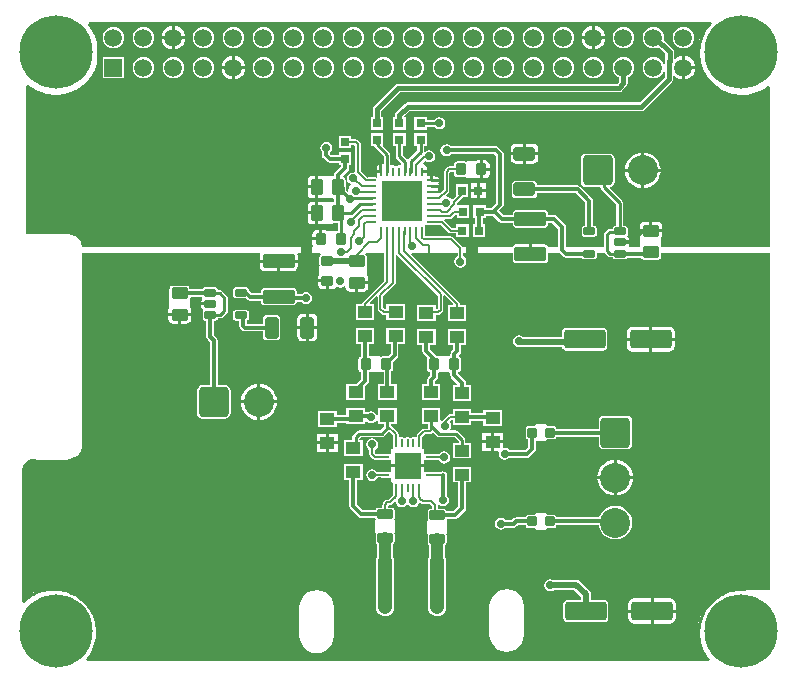
<source format=gtl>
%FSLAX23Y23*%
%MOMM*%
%SFA1B1*%

%IPPOS*%
%AMD15*
4,1,8,-1.549400,-0.800100,1.549400,-0.800100,1.750060,-0.599440,1.750060,0.599440,1.549400,0.800100,-1.549400,0.800100,-1.750060,0.599440,-1.750060,-0.599440,-1.549400,-0.800100,0.0*
1,1,0.400000,-1.549400,-0.599440*
1,1,0.400000,1.549400,-0.599440*
1,1,0.400000,1.549400,0.599440*
1,1,0.400000,-1.549400,0.599440*
%
%AMD16*
4,1,8,-0.299720,-0.398780,0.299720,-0.398780,0.398780,-0.299720,0.398780,0.299720,0.299720,0.398780,-0.299720,0.398780,-0.398780,0.299720,-0.398780,-0.299720,-0.299720,-0.398780,0.0*
1,1,0.200000,-0.299720,-0.299720*
1,1,0.200000,0.299720,-0.299720*
1,1,0.200000,0.299720,0.299720*
1,1,0.200000,-0.299720,0.299720*
%
%AMD17*
4,1,8,-0.500380,0.226060,-0.500380,-0.226060,-0.424180,-0.299720,0.424180,-0.299720,0.500380,-0.226060,0.500380,0.226060,0.424180,0.299720,-0.424180,0.299720,-0.500380,0.226060,0.0*
1,1,0.150000,-0.424180,0.226060*
1,1,0.150000,-0.424180,-0.226060*
1,1,0.150000,0.424180,-0.226060*
1,1,0.150000,0.424180,0.226060*
%
%AMD18*
4,1,8,1.206500,0.574040,-1.206500,0.574040,-1.348740,0.431800,-1.348740,-0.431800,-1.206500,-0.574040,1.206500,-0.574040,1.348740,-0.431800,1.348740,0.431800,1.206500,0.574040,0.0*
1,1,0.288000,1.206500,0.431800*
1,1,0.288000,-1.206500,0.431800*
1,1,0.288000,-1.206500,-0.431800*
1,1,0.288000,1.206500,-0.431800*
%
%AMD19*
4,1,8,0.574040,0.500380,-0.574040,0.500380,-0.701040,0.375920,-0.701040,-0.375920,-0.574040,-0.500380,0.574040,-0.500380,0.701040,-0.375920,0.701040,0.375920,0.574040,0.500380,0.0*
1,1,0.250000,0.574040,0.375920*
1,1,0.250000,-0.574040,0.375920*
1,1,0.250000,-0.574040,-0.375920*
1,1,0.250000,0.574040,-0.375920*
%
%AMD20*
4,1,8,0.551180,0.398780,-0.551180,0.398780,-0.650240,0.299720,-0.650240,-0.299720,-0.551180,-0.398780,0.551180,-0.398780,0.650240,-0.299720,0.650240,0.299720,0.551180,0.398780,0.0*
1,1,0.200000,0.551180,0.299720*
1,1,0.200000,-0.551180,0.299720*
1,1,0.200000,-0.551180,-0.299720*
1,1,0.200000,0.551180,-0.299720*
%
%AMD21*
4,1,8,0.386080,0.449580,-0.386080,0.449580,-0.500380,0.337820,-0.500380,-0.337820,-0.386080,-0.449580,0.386080,-0.449580,0.500380,-0.337820,0.500380,0.337820,0.386080,0.449580,0.0*
1,1,0.226000,0.386080,0.337820*
1,1,0.226000,-0.386080,0.337820*
1,1,0.226000,-0.386080,-0.337820*
1,1,0.226000,0.386080,-0.337820*
%
%AMD22*
4,1,8,-0.449580,0.386080,-0.449580,-0.386080,-0.337820,-0.500380,0.337820,-0.500380,0.449580,-0.386080,0.449580,0.386080,0.337820,0.500380,-0.337820,0.500380,-0.449580,0.386080,0.0*
1,1,0.226000,-0.337820,0.386080*
1,1,0.226000,-0.337820,-0.386080*
1,1,0.226000,0.337820,-0.386080*
1,1,0.226000,0.337820,0.386080*
%
%AMD23*
4,1,8,-0.500380,0.574040,-0.500380,-0.574040,-0.375920,-0.701040,0.375920,-0.701040,0.500380,-0.574040,0.500380,0.574040,0.375920,0.701040,-0.375920,0.701040,-0.500380,0.574040,0.0*
1,1,0.250000,-0.375920,0.574040*
1,1,0.250000,-0.375920,-0.574040*
1,1,0.250000,0.375920,-0.574040*
1,1,0.250000,0.375920,0.574040*
%
%AMD24*
4,1,8,-0.756920,-0.574040,0.756920,-0.574040,0.899160,-0.431800,0.899160,0.431800,0.756920,0.574040,-0.756920,0.574040,-0.899160,0.431800,-0.899160,-0.431800,-0.756920,-0.574040,0.0*
1,1,0.288000,-0.756920,-0.431800*
1,1,0.288000,0.756920,-0.431800*
1,1,0.288000,0.756920,0.431800*
1,1,0.288000,-0.756920,0.431800*
%
%AMD25*
4,1,8,-0.574040,0.756920,-0.574040,-0.756920,-0.431800,-0.899160,0.431800,-0.899160,0.574040,-0.756920,0.574040,0.756920,0.431800,0.899160,-0.431800,0.899160,-0.574040,0.756920,0.0*
1,1,0.288000,-0.431800,0.756920*
1,1,0.288000,-0.431800,-0.756920*
1,1,0.288000,0.431800,-0.756920*
1,1,0.288000,0.431800,0.756920*
%
%AMD39*
4,1,8,-0.952500,-1.270000,0.952500,-1.270000,1.270000,-0.952500,1.270000,0.952500,0.952500,1.270000,-0.952500,1.270000,-1.270000,0.952500,-1.270000,-0.952500,-0.952500,-1.270000,0.0*
1,1,0.636000,-0.952500,-0.952500*
1,1,0.636000,0.952500,-0.952500*
1,1,0.636000,0.952500,0.952500*
1,1,0.636000,-0.952500,0.952500*
%
%AMD44*
4,1,8,1.270000,-0.952500,1.270000,0.952500,0.952500,1.270000,-0.952500,1.270000,-1.270000,0.952500,-1.270000,-0.952500,-0.952500,-1.270000,0.952500,-1.270000,1.270000,-0.952500,0.0*
1,1,0.636000,0.952500,-0.952500*
1,1,0.636000,0.952500,0.952500*
1,1,0.636000,-0.952500,0.952500*
1,1,0.636000,-0.952500,-0.952500*
%
%ADD10C,0.253999*%
%ADD11C,0.150000*%
%ADD12R,1.269997X1.015998*%
%ADD13R,0.761998X0.761998*%
%ADD14R,0.761998X0.761998*%
G04~CAMADD=15~8~0.0~0.0~1378.0~629.9~78.7~0.0~15~0.0~0.0~0.0~0.0~0~0.0~0.0~0.0~0.0~0~0.0~0.0~0.0~180.0~1378.0~630.0*
%ADD15D15*%
G04~CAMADD=16~8~0.0~0.0~315.0~315.0~39.4~0.0~15~0.0~0.0~0.0~0.0~0~0.0~0.0~0.0~0.0~0~0.0~0.0~0.0~180.0~314.0~314.0*
%ADD16D16*%
G04~CAMADD=17~8~0.0~0.0~236.2~393.7~29.5~0.0~15~0.0~0.0~0.0~0.0~0~0.0~0.0~0.0~0.0~0~0.0~0.0~0.0~90.0~394.0~236.0*
%ADD17D17*%
G04~CAMADD=18~8~0.0~0.0~1063.0~452.8~56.7~0.0~15~0.0~0.0~0.0~0.0~0~0.0~0.0~0.0~0.0~0~0.0~0.0~0.0~0.0~1063.0~452.8*
%ADD18D18*%
G04~CAMADD=19~8~0.0~0.0~551.2~393.7~49.2~0.0~15~0.0~0.0~0.0~0.0~0~0.0~0.0~0.0~0.0~0~0.0~0.0~0.0~0.0~551.2~393.7*
%ADD19D19*%
G04~CAMADD=20~8~0.0~0.0~511.8~315.0~39.4~0.0~15~0.0~0.0~0.0~0.0~0~0.0~0.0~0.0~0.0~0~0.0~0.0~0.0~0.0~511.8~315.0*
%ADD20D20*%
G04~CAMADD=21~8~0.0~0.0~393.7~354.3~44.5~0.0~15~0.0~0.0~0.0~0.0~0~0.0~0.0~0.0~0.0~0~0.0~0.0~0.0~0.0~393.7~354.3*
%ADD21D21*%
G04~CAMADD=22~8~0.0~0.0~393.7~354.3~44.5~0.0~15~0.0~0.0~0.0~0.0~0~0.0~0.0~0.0~0.0~0~0.0~0.0~0.0~90.0~354.0~394.0*
%ADD22D22*%
G04~CAMADD=23~8~0.0~0.0~551.2~393.7~49.2~0.0~15~0.0~0.0~0.0~0.0~0~0.0~0.0~0.0~0.0~0~0.0~0.0~0.0~90.0~394.0~552.0*
%ADD23D23*%
G04~CAMADD=24~8~0.0~0.0~708.7~452.8~56.7~0.0~15~0.0~0.0~0.0~0.0~0~0.0~0.0~0.0~0.0~0~0.0~0.0~0.0~180.0~708.0~452.0*
%ADD24D24*%
G04~CAMADD=25~8~0.0~0.0~708.7~452.8~56.7~0.0~15~0.0~0.0~0.0~0.0~0~0.0~0.0~0.0~0.0~0~0.0~0.0~0.0~90.0~452.0~708.0*
%ADD25D25*%
%ADD26R,2.299995X2.299995*%
%ADD27O,0.200000X0.799998*%
%ADD28O,0.799998X0.200000*%
%ADD29R,3.499993X3.499993*%
%ADD30C,0.160000*%
%ADD31C,0.499999*%
%ADD32C,0.349999*%
%ADD33C,0.250000*%
%ADD34C,0.399999*%
%ADD35C,1.199998*%
%ADD36C,0.999998*%
%ADD37C,0.549999*%
%ADD38R,1.039998X1.159998*%
G04~CAMADD=39~8~0.0~0.0~1000.0~1000.0~125.2~0.0~15~0.0~0.0~0.0~0.0~0~0.0~0.0~0.0~0.0~0~0.0~0.0~0.0~180.0~1000.0~1000.0*
%ADD39D39*%
%ADD40C,2.539995*%
%ADD41C,1.499997*%
%ADD42R,1.499997X1.499997*%
%ADD43C,6.199988*%
G04~CAMADD=44~8~0.0~0.0~1000.0~1000.0~125.2~0.0~15~0.0~0.0~0.0~0.0~0~0.0~0.0~0.0~0.0~0~0.0~0.0~0.0~270.0~1000.0~1000.0*
%ADD44D44*%
%ADD45C,0.699999*%
%LNraspberryhatboard-1*%
%LPD*%
G36*
X1174Y17297D02*
X1164D01*
X1174Y17299*
Y17297*
G37*
G36*
X59280Y55080D02*
Y54780D01*
X58799Y54299*
Y53899*
X58499Y53599*
Y52499*
Y51299*
X58899Y50899*
Y50499*
X59699Y49699*
Y49599*
X59999*
X60599Y48999*
X61199*
X61399Y48799*
X62899*
X63199Y49099*
X63699*
X63999Y49399*
X64199*
X64335Y49567*
X64499Y49499*
Y36024*
X64474*
X58499*
Y35999*
X55309*
X55299Y36024*
Y36828*
X55331Y36876*
X55360Y37024*
Y37272*
X53438*
Y37024*
X53467Y36876*
X53499Y36828*
Y36024*
X53489Y35999*
X52603*
X52540Y36076*
X52559Y36174*
Y36272*
X51799*
Y36526*
X52559*
Y36624*
X52534Y36752*
X52461Y36861*
X52448Y36870*
X52388Y36960*
X52439Y37035*
X52456Y37124*
Y37574*
X52439Y37663*
X52388Y37738*
X52313Y37789*
X52224Y37806*
X52032*
Y39749*
X52011Y39857*
X51990Y39888*
X51949Y39949*
X50909Y40989*
X50938Y41085*
X51030Y41103*
X51186Y41207*
X51290Y41363*
X51326Y41547*
Y43451*
X51290Y43635*
X51186Y43791*
X51030Y43895*
X50846Y43931*
X48942*
X48758Y43895*
X48602Y43791*
X48498Y43635*
X48462Y43451*
Y41547*
X48498Y41363*
X48602Y41207*
X48758Y41103*
X48942Y41067*
X50122*
X50134Y41009*
X50137Y40991*
X50199Y40899*
X51466Y39632*
Y37806*
X51374*
X51285Y37789*
X51210Y37738*
X51159Y37663*
X51143Y37582*
X50899*
X50791Y37561*
X50760Y37540*
X50699Y37499*
X50499Y37299*
X50437Y37207*
X50434Y37189*
X50416Y37099*
Y35999*
X47233*
Y37699*
X47208Y37827*
X47135Y37935*
X46435Y38635*
X46327Y38708*
X46199Y38733*
X45708*
Y38830*
X45685Y38946*
X45619Y39044*
X45521Y39110*
X45405Y39133*
X42993*
X42877Y39110*
X42779Y39044*
X42713Y38946*
X42690Y38830*
Y38733*
X41938*
X41572Y39099*
X41835Y39363*
X41908Y39471*
X41933Y39599*
Y43899*
X41908Y44027*
X41835Y44135*
X41535Y44435*
X41427Y44508*
X41299Y44533*
X37480*
X37462Y44562*
X37295Y44673*
X37099Y44712*
X36903Y44673*
X36736Y44562*
X36625Y44395*
X36586Y44199*
X36625Y44003*
X36736Y43836*
X36903Y43725*
X37099Y43686*
X37295Y43725*
X37462Y43836*
X37480Y43865*
X41160*
X41265Y43760*
Y39738*
X40860Y39333*
X40430*
Y39533*
X39362*
Y38465*
X39509*
Y37939*
X39310*
Y36871*
X40378*
Y37939*
X40178*
Y38465*
X40430*
Y38665*
X41060*
X41563Y38163*
X41671Y38090*
X41799Y38065*
X42690*
Y37968*
X42713Y37852*
X42779Y37754*
X42877Y37688*
X42993Y37665*
X45405*
X45521Y37688*
X45619Y37754*
X45685Y37852*
X45708Y37968*
Y38065*
X46060*
X46565Y37560*
Y35999*
X45771*
X45692Y36117*
X45560Y36205*
X45405Y36236*
X44326*
Y35399*
X44072*
Y36236*
X42993*
X42838Y36205*
X42706Y36117*
X42627Y35999*
X38487*
X38442Y36067*
X37667Y36842*
X37590Y36893*
X37499Y36912*
X35334*
X35287Y37000*
X35307Y37099*
Y37699*
X35287Y37798*
X35303Y37895*
X35400Y37911*
X35499Y37891*
X36099*
X36198Y37911*
X36199*
X36651*
X37325Y37237*
X37402Y37186*
X37493Y37168*
X37913*
Y36871*
X38981*
Y37939*
X37913*
Y37643*
X37591*
X36917Y38317*
X36980Y38411*
X37409*
X37500Y38430*
X37577Y38481*
X37858Y38761*
X37965*
Y38465*
X39033*
Y39533*
X38047*
X37984Y39610*
X37987Y39624*
Y39726*
X38526Y40265*
X38933*
Y41333*
X37865*
Y40276*
X37631Y40042*
X37531Y40052*
X37459Y40159*
X37260Y40293*
X37088Y40327*
X37059Y40423*
X37267Y40631*
X37318Y40708*
X37337Y40799*
Y42301*
X37397Y42361*
X37741*
Y42212*
X37761Y42108*
X37820Y42020*
X37908Y41961*
X38012Y41941*
X38687*
X38745Y41953*
X38799Y41899*
X39520*
X39568Y41866*
X39712Y41838*
X39922*
Y42599*
Y43360*
X39712*
X39568Y43332*
X39520Y43299*
X38799*
X38745Y43245*
X38687Y43257*
X38012*
X37908Y43237*
X37820Y43178*
X37761Y43090*
X37741Y42986*
Y42837*
X37299*
X37208Y42818*
X37131Y42767*
X36931Y42567*
X36880Y42490*
X36861Y42399*
Y40897*
X36544Y40580*
X36456Y40627*
X36460Y40649*
X36432Y40787*
X36358Y40899*
X36432Y41011*
X36435Y41022*
X35799*
Y41276*
X36435*
X36432Y41287*
X36358Y41399*
X36432Y41511*
X36435Y41522*
X35799*
Y41649*
X35672*
Y42010*
X35499*
X35476Y42005*
X35405Y42076*
X35410Y42099*
Y42272*
X35049*
Y42526*
X35410*
Y42699*
X35382Y42837*
X35304Y42954*
X35187Y43032*
X35109Y43048*
X35080Y43144*
X35268Y43332*
X35428Y43225*
X35624Y43186*
X35820Y43225*
X35987Y43336*
X36098Y43503*
X36137Y43699*
X36098Y43895*
X35987Y44062*
X35820Y44173*
X35624Y44212*
X35428Y44173*
X35273Y44069*
X35184Y44116*
Y44568*
X35433*
Y45636*
X34365*
Y44568*
X34614*
Y44217*
X33855Y43459*
X33850Y43451*
X33751*
X33384Y43817*
Y44568*
X33633*
Y45636*
X32565*
Y44568*
X32814*
Y43699*
X32835Y43590*
X32897Y43497*
X33264Y43131*
Y42966*
X33175Y42919*
X33148Y42937*
X33049Y42957*
X32950Y42937*
X32867Y42881*
X32849Y42855*
X32749*
X32731Y42881*
X32648Y42937*
X32549Y42957*
X32450Y42937*
X32423Y42919*
X32334Y42966*
Y43849*
X32313Y43958*
X32251Y44051*
X31733Y44569*
Y45636*
X30665*
Y44568*
X30950*
X30997Y44497*
X31764Y43731*
Y43096*
X31686Y43033*
X31676Y43035*
Y42399*
X31549*
Y42272*
X31188*
Y42099*
X31214Y41969*
X31187Y41942*
X31127Y41901*
X31099Y41907*
X30499*
X30400Y41887*
X30399*
X30392*
X29837Y42442*
Y44699*
X29818Y44790*
X29767Y44867*
X29567Y45067*
X29490Y45118*
X29399Y45137*
X29033*
Y45433*
X27965*
Y44365*
X29033*
Y44661*
X29301*
X29361Y44601*
Y42378*
X29306Y42333*
X29250Y42322*
X29174Y42337*
X28978Y42298*
X28811Y42187*
X28700Y42020*
X28661Y41824*
X28700Y41628*
X28811Y41461*
X28978Y41350*
X28996Y41256*
X28964Y41234*
X28830Y41035*
X28783Y40799*
X28794Y40743*
X28706Y40696*
X28584Y40817*
Y41099*
X28563Y41208*
X28557Y41216*
Y41674*
X28536Y41782*
X28474Y41874*
X28382Y41936*
X28342Y41944*
X28313Y42040*
X28735Y42463*
X28808Y42571*
X28833Y42699*
Y42968*
X29033*
Y44036*
X27965*
Y43836*
X27335*
X27251Y43920*
X27261Y44019*
X27287Y44036*
X27398Y44203*
X27437Y44399*
X27398Y44595*
X27287Y44762*
X27120Y44873*
X26924Y44912*
X26728Y44873*
X26561Y44762*
X26450Y44595*
X26411Y44399*
X26450Y44203*
X26561Y44036*
X26565Y44034*
Y43799*
X26590Y43671*
X26663Y43563*
X26960Y43266*
X27068Y43193*
X27196Y43168*
X27965*
Y42968*
X28165*
Y42838*
X27663Y42335*
X27590Y42227*
X27565Y42099*
Y42090*
X27474Y41999*
X26670*
X26622Y42031*
X26474Y42060*
X26226*
Y41099*
Y40138*
X26474*
X26622Y40167*
X26670Y40199*
X27474*
X27565Y40108*
Y39890*
X27474Y39799*
X26670*
X26622Y39831*
X26474Y39860*
X26226*
Y38899*
Y37938*
X26474*
X26622Y37967*
X26670Y37999*
X27474*
X27517Y38042*
X27524Y38041*
X27914*
Y37357*
X27811*
X27753Y37345*
X27699Y37399*
X26978*
X26930Y37432*
X26787Y37460*
X26576*
Y36699*
X26449*
Y36572*
X25738*
Y36311*
X25766Y36168*
X25821Y36087*
X25773Y35999*
X25669*
Y35499*
X26429*
X26458Y35403*
X26420Y35378*
X26361Y35290*
X26341Y35187*
Y34512*
X26353Y34453*
X26299Y34399*
Y33678*
X26266Y33630*
X26238Y33486*
Y33276*
X26999*
Y33149*
X27126*
Y32438*
X27387*
X27530Y32466*
X27651Y32547*
X27732Y32668*
X27797Y32696*
X27903Y32625*
X28099Y32586*
X28295Y32625*
X28449Y32728*
X28538Y32681*
Y32624*
X28567Y32476*
X28651Y32351*
X28776Y32267*
X28924Y32238*
X29372*
Y32999*
X29499*
Y33126*
X30460*
Y33374*
X30431Y33522*
X30399Y33570*
Y34374*
X30356Y34417*
X30357Y34424*
Y35174*
X30336Y35282*
X30274Y35374*
X30231Y35403*
X30260Y35499*
X31811*
Y33147*
X30031Y31367*
X29980Y31290*
X29961Y31199*
Y31160*
X29411*
Y29838*
X30987*
Y31160*
X30627*
X30588Y31252*
X31169Y31833*
X31261Y31795*
Y30799*
X31280Y30708*
X31331Y30631*
X31631Y30331*
X31708Y30280*
X31799Y30261*
X32011*
Y29838*
X33587*
Y31160*
X32011*
Y30737*
X31897*
X31737Y30897*
Y31829*
X32717Y32810*
X32768Y32887*
X32787Y32978*
Y35318*
X32881Y35381*
X36361Y31901*
Y30797*
X36301Y30737*
X36187*
Y31114*
X34611*
Y29792*
X36187*
Y30261*
X36399*
X36490Y30280*
X36567Y30331*
X36767Y30531*
X36818Y30608*
X36837Y30699*
Y31895*
X36929Y31933*
X37656Y31206*
X37617Y31114*
X37211*
Y29792*
X38787*
Y31114*
X38237*
Y31199*
X38218Y31290*
X38167Y31367*
X34127Y35407*
X34166Y35499*
X38036*
Y35220*
X37911Y35137*
X37800Y34970*
X37761Y34774*
X37800Y34578*
X37911Y34411*
X38078Y34300*
X38274Y34261*
X38470Y34300*
X38637Y34411*
X38748Y34578*
X38787Y34774*
X38748Y34970*
X38637Y35137*
X38512Y35220*
Y35499*
X42690*
Y34968*
X42713Y34852*
X42779Y34754*
X42877Y34688*
X42993Y34665*
X45405*
X45521Y34688*
X45619Y34754*
X45685Y34852*
X45708Y34968*
Y35499*
X46726*
X47013Y35213*
X47121Y35140*
X47249Y35115*
X48573*
X48610Y35060*
X48685Y35009*
X48774Y34992*
X49624*
X49713Y35009*
X49788Y35060*
X49839Y35135*
X49856Y35224*
Y35499*
X50498*
X50499*
X50749Y35249*
X50841Y35187*
X50859Y35184*
X50949Y35166*
X51153*
X51159Y35135*
X51210Y35060*
X51285Y35009*
X51374Y34992*
X52224*
X52313Y35009*
X52388Y35060*
X52425Y35115*
X53563*
X53624Y35024*
X53716Y34962*
X53824Y34941*
X54974*
X55082Y34962*
X55174Y35024*
X55236Y35116*
X55257Y35224*
Y35499*
X64499*
Y6999*
X60899*
X60499Y6599*
X60099*
X58899Y5399*
Y5099*
X58599Y4799*
Y4399*
X58399Y4199*
Y3299*
X58499Y3199*
Y2199*
X58899Y1799*
Y1418*
X59210Y1107*
X59101Y999*
X6797*
X6688Y1107*
X6899Y1318*
Y1499*
X7199Y1799*
Y2299*
X7499Y2599*
Y3799*
X7399Y3899*
Y4599*
X6999Y4999*
Y5399*
X5899Y6499*
X5599*
X5199Y6899*
X4599*
X4499Y6999*
X2799*
X2599Y6799*
X2099*
X1673Y6373*
X1573*
X1536Y6336*
X1499Y6299*
X1267Y6067*
X1156*
X1148Y6075*
Y6299*
X1149Y16999*
X1174Y17297*
X1274*
X1249Y17499*
X1424Y17699*
X1399*
X1599Y17899*
X1699Y17902*
Y17999*
X4899*
X5699Y18199*
X5799Y18299*
X5999*
X6099Y18399*
Y18599*
X6144*
X6228Y18683*
X6248Y18703*
X6199Y18899*
Y35499*
X21288*
X21335Y35411*
X21318Y35385*
X21287Y35230*
Y34926*
X24511*
Y35230*
X24480Y35385*
X24463Y35411*
X24510Y35499*
X24739*
Y35999*
X6299*
Y36399*
X6366*
X6199Y36599*
X5599Y37099*
X1499*
Y48499*
Y49599*
X1621Y49680*
Y49677*
X2099Y49199*
X2499*
X2699Y48999*
X2999*
X3099Y48899*
X3799*
X3899Y48799*
X3999Y48899*
X4799*
X4899Y48999*
X5299*
X5599Y49299*
X5999*
X6999Y50299*
Y50499*
X7399Y50899*
Y51099*
X7499*
Y53974*
X7374Y54099*
X7299*
Y54199*
X7099Y54399*
Y54599*
X6799Y54999*
Y55099*
X59299*
X59280Y55080*
G37*
%LNraspberryhatboard-2*%
%LPC*%
G36*
X25730Y30361D02*
X25426D01*
Y29326*
X26136*
Y29955*
X26105Y30110*
X26017Y30242*
X25885Y30330*
X25730Y30361*
G37*
G36*
X15460Y30172D02*
X14626D01*
Y29538*
X15074*
X15222Y29567*
X15347Y29651*
X15431Y29776*
X15460Y29924*
Y30172*
G37*
G36*
X14372D02*
X13538D01*
Y29924*
X13567Y29776*
X13651Y29651*
X13776Y29567*
X13924Y29538*
X14372*
Y30172*
G37*
G36*
X26872Y33022D02*
X26238D01*
Y32811*
X26266Y32668*
X26347Y32547*
X26468Y32466*
X26611Y32438*
X26872*
Y33022*
G37*
G36*
X30460Y32872D02*
X29626D01*
Y32238*
X30074*
X30222Y32267*
X30347Y32351*
X30431Y32476*
X30460Y32624*
Y32872*
G37*
G36*
X20124Y32606D02*
X19274D01*
X19185Y32589*
X19110Y32538*
X19059Y32463*
X19042Y32374*
Y31924*
X19059Y31835*
X19110Y31760*
X19185Y31709*
X19274Y31692*
X20124*
X20132Y31693*
X20263Y31563*
X20371Y31490*
X20499Y31465*
X21390*
Y31368*
X21413Y31252*
X21479Y31154*
X21577Y31088*
X21693Y31065*
X24105*
X24221Y31088*
X24319Y31154*
X24385Y31252*
X24407Y31365*
X24818*
X24836Y31336*
X25003Y31225*
X25199Y31186*
X25395Y31225*
X25562Y31336*
X25673Y31503*
X25712Y31699*
X25673Y31895*
X25562Y32062*
X25395Y32173*
X25199Y32212*
X25003Y32173*
X24836Y32062*
X24818Y32033*
X24408*
Y32230*
X24385Y32346*
X24319Y32444*
X24221Y32510*
X24105Y32533*
X21693*
X21577Y32510*
X21479Y32444*
X21413Y32346*
X21390Y32230*
Y32133*
X20638*
X20385Y32385*
X20349Y32410*
X20339Y32463*
X20288Y32538*
X20213Y32589*
X20124Y32606*
G37*
G36*
X26136Y29072D02*
X25426D01*
Y28037*
X25730*
X25885Y28068*
X26017Y28156*
X26105Y28288*
X26136Y28443*
Y29072*
G37*
G36*
X20124Y30706D02*
X19274D01*
X19185Y30689*
X19110Y30638*
X19059Y30563*
X19042Y30474*
Y30024*
X19059Y29935*
X19110Y29860*
X19185Y29809*
X19274Y29792*
X19565*
Y29299*
X19590Y29171*
X19663Y29063*
X19763Y28963*
X19871Y28890*
X19999Y28865*
X21565*
Y28443*
X21588Y28327*
X21654Y28229*
X21752Y28163*
X21868Y28140*
X22730*
X22846Y28163*
X22944Y28229*
X23010Y28327*
X23033Y28443*
Y29955*
X23010Y30071*
X22944Y30169*
X22846Y30235*
X22730Y30258*
X21868*
X21752Y30235*
X21654Y30169*
X21588Y30071*
X21565Y29955*
Y29533*
X20233*
Y29823*
X20288Y29860*
X20339Y29935*
X20356Y30024*
Y30474*
X20339Y30563*
X20288Y30638*
X20213Y30689*
X20124Y30706*
G37*
G36*
X56412Y28072D02*
X54526D01*
Y27136*
X55949*
X56126Y27171*
X56276Y27272*
X56377Y27422*
X56412Y27599*
Y28072*
G37*
G36*
X25172Y29072D02*
X24462D01*
Y28443*
X24493Y28288*
X24581Y28156*
X24713Y28068*
X24868Y28037*
X25172*
Y29072*
G37*
G36*
X50349Y29159D02*
X47249D01*
X47111Y29132*
X46994Y29054*
X46916Y28937*
X46889Y28799*
Y28410*
X43588*
X43587Y28412*
X43420Y28523*
X43224Y28562*
X43028Y28523*
X42861Y28412*
X42750Y28245*
X42711Y28049*
X42750Y27853*
X42861Y27686*
X43028Y27575*
X43224Y27536*
X43420Y27575*
X43440Y27588*
X46891*
X46916Y27461*
X46994Y27345*
X47111Y27266*
X47249Y27239*
X50349*
X50487Y27266*
X50603Y27345*
X50682Y27461*
X50709Y27599*
Y28799*
X50682Y28937*
X50603Y29054*
X50487Y29132*
X50349Y29159*
G37*
G36*
X25172Y30361D02*
X24868D01*
X24713Y30330*
X24581Y30242*
X24493Y30110*
X24462Y29955*
Y29326*
X25172*
Y30361*
G37*
G36*
X54272Y29262D02*
X52849D01*
X52672Y29227*
X52522Y29126*
X52421Y28976*
X52386Y28799*
Y28326*
X54272*
Y29262*
G37*
G36*
X55949D02*
X54526D01*
Y28326*
X56412*
Y28799*
X56377Y28976*
X56276Y29126*
X56126Y29227*
X55949Y29262*
G37*
G36*
X22772Y34672D02*
X21287D01*
Y34368*
X21318Y34213*
X21406Y34081*
X21538Y33993*
X21693Y33962*
X22772*
Y34672*
G37*
G36*
X40431Y40672D02*
X39923D01*
Y40164*
X40431*
Y40672*
G37*
G36*
X39669D02*
X39161D01*
Y40164*
X39669*
Y40672*
G37*
G36*
X25972Y40972D02*
X25338D01*
Y40524*
X25367Y40376*
X25451Y40251*
X25576Y40167*
X25724Y40138*
X25972*
Y40972*
G37*
G36*
X39669Y41434D02*
X39161D01*
Y40926*
X39669*
Y41434*
G37*
G36*
X55223Y42372D02*
X53831D01*
Y40980*
X54003Y40997*
X54290Y41084*
X54555Y41226*
X54787Y41416*
X54977Y41648*
X55119Y41913*
X55206Y42200*
X55223Y42372*
G37*
G36*
X53577D02*
X52185D01*
X52202Y42200*
X52289Y41913*
X52431Y41648*
X52621Y41416*
X52853Y41226*
X53118Y41084*
X53405Y40997*
X53577Y40980*
Y42372*
G37*
G36*
X40431Y41434D02*
X39923D01*
Y40926*
X40431*
Y41434*
G37*
G36*
X44455Y41633D02*
X42943D01*
X42827Y41610*
X42729Y41544*
X42663Y41446*
X42640Y41330*
Y40468*
X42663Y40352*
X42729Y40254*
X42827Y40188*
X42943Y40165*
X44455*
X44571Y40188*
X44669Y40254*
X44735Y40352*
X44758Y40468*
Y40565*
X48060*
X48865Y39760*
Y37806*
X48774*
X48685Y37789*
X48610Y37738*
X48559Y37663*
X48542Y37574*
Y37124*
X48559Y37035*
X48610Y36960*
X48685Y36909*
X48774Y36892*
X49624*
X49713Y36909*
X49788Y36960*
X49839Y37035*
X49856Y37124*
Y37574*
X49839Y37663*
X49788Y37738*
X49713Y37789*
X49624Y37806*
X49533*
Y39899*
X49508Y40027*
X49435Y40135*
X48435Y41135*
X48327Y41208*
X48199Y41233*
X44758*
Y41330*
X44735Y41446*
X44669Y41544*
X44571Y41610*
X44455Y41633*
G37*
G36*
X26322Y37460D02*
X26111D01*
X25968Y37432*
X25847Y37351*
X25766Y37229*
X25738Y37087*
Y36826*
X26322*
Y37460*
G37*
G36*
X24511Y34672D02*
X23026D01*
Y33962*
X24105*
X24260Y33993*
X24392Y34081*
X24480Y34213*
X24511Y34368*
Y34672*
G37*
G36*
X54272Y38160D02*
X53824D01*
X53676Y38131*
X53551Y38047*
X53467Y37922*
X53438Y37774*
Y37526*
X54272*
Y38160*
G37*
G36*
X25972Y39860D02*
X25724D01*
X25576Y39831*
X25451Y39747*
X25367Y39622*
X25338Y39474*
Y39026*
X25972*
Y39860*
G37*
G36*
Y38772D02*
X25338D01*
Y38324*
X25367Y38176*
X25451Y38051*
X25576Y37967*
X25724Y37938*
X25972*
Y38772*
G37*
G36*
X54974Y38160D02*
X54526D01*
Y37526*
X55360*
Y37774*
X55331Y37922*
X55247Y38047*
X55122Y38131*
X54974Y38160*
G37*
G36*
X52918Y16372D02*
X51526D01*
Y14980*
X51698Y14997*
X51985Y15084*
X52250Y15226*
X52482Y15416*
X52672Y15648*
X52814Y15913*
X52901Y16200*
X52918Y16372*
G37*
G36*
X51272D02*
X49880D01*
X49897Y16200*
X49984Y15913*
X50126Y15648*
X50316Y15416*
X50548Y15226*
X50813Y15084*
X51100Y14997*
X51272Y14980*
Y16372*
G37*
G36*
X29987Y17606D02*
X28411D01*
Y16284*
X28865*
Y15499*
Y14099*
X28890Y13971*
X28963Y13863*
X29663Y13163*
X29771Y13090*
X29899Y13065*
X31059*
X31097Y12972*
X31049Y12924*
Y11874*
X31117Y11806*
X31111Y11798*
X31091Y11699*
Y11099*
X31111Y11000*
X31167Y10917*
X31240Y10867*
Y9777*
X31165Y9596*
X31139Y9399*
Y5499*
X31165Y5302*
X31241Y5119*
X31362Y4962*
X31519Y4841*
X31702Y4765*
X31899Y4739*
X32096Y4765*
X32279Y4841*
X32436Y4962*
X32557Y5119*
X32633Y5302*
X32659Y5499*
Y9399*
X32633Y9596*
X32558Y9777*
Y10867*
X32631Y10917*
X32687Y11000*
X32707Y11099*
Y11699*
X32687Y11798*
X32681Y11806*
X32749Y11874*
Y12924*
X32681Y12992*
X32687Y13000*
X32707Y13099*
Y13699*
X32687Y13798*
X32631Y13881*
X32548Y13937*
X32449Y13957*
X32137*
Y14101*
X32197Y14161*
X32301*
X32392Y14180*
X32469Y14231*
X32703Y14465*
X32799Y14436*
X32825Y14303*
X32936Y14136*
X33103Y14025*
X33299Y13986*
X33495Y14025*
X33662Y14136*
X33749Y14267*
X33849*
X33936Y14136*
X34103Y14025*
X34299Y13986*
X34495Y14025*
X34662Y14136*
X34773Y14303*
X34780Y14337*
X34875Y14366*
X34910Y14331*
X34987Y14280*
X35078Y14261*
X35701*
X35861Y14101*
Y13857*
X35749*
X35650Y13837*
X35567Y13781*
X35511Y13698*
X35491Y13599*
Y12999*
X35511Y12900*
X35517Y12892*
X35449Y12824*
Y11774*
X35517Y11706*
X35511Y11698*
X35491Y11599*
Y10999*
X35511Y10900*
X35567Y10817*
X35640Y10767*
Y9777*
X35565Y9596*
X35540Y9399*
Y5499*
X35565Y5302*
X35641Y5119*
X35762Y4962*
X35919Y4841*
X36102Y4765*
X36299Y4739*
X36496Y4765*
X36679Y4841*
X36836Y4962*
X36957Y5119*
X37033Y5302*
X37058Y5499*
Y9399*
X37033Y9596*
X36958Y9777*
Y10767*
X37031Y10817*
X37087Y10900*
X37107Y10999*
Y11599*
X37087Y11698*
X37081Y11706*
X37149Y11774*
Y12824*
X37101Y12872*
X37139Y12965*
X37799*
X37927Y12990*
X38035Y13063*
X38635Y13663*
X38708Y13771*
X38733Y13899*
Y16084*
X39187*
Y17406*
X37611*
Y16084*
X38065*
Y14038*
X37660Y13633*
X37100*
X37087Y13698*
X37031Y13781*
X36948Y13837*
X36849Y13857*
X36337*
Y14199*
X36334Y14213*
X36426Y14252*
X36436Y14236*
X36603Y14125*
X36799Y14086*
X36995Y14125*
X37162Y14236*
X37273Y14403*
X37312Y14599*
X37273Y14795*
X37162Y14962*
X37133Y14980*
Y16699*
X37108Y16827*
X37035Y16935*
X36927Y17008*
X36799Y17033*
X36671Y17008*
X36639Y16987*
X36099*
X36098*
X35999Y17007*
X35399*
X35300Y16987*
X35291Y16981*
X35203Y17028*
Y17372*
X32395*
Y17028*
X32307Y16981*
X32298Y16987*
X32199Y17007*
X31599*
X31500Y16987*
X31499*
X31212*
X31162Y17062*
X30995Y17173*
X30799Y17212*
X30603Y17173*
X30436Y17062*
X30325Y16895*
X30286Y16699*
X30325Y16503*
X30436Y16336*
X30603Y16225*
X30799Y16186*
X30995Y16225*
X31162Y16336*
X31273Y16503*
X31275Y16511*
X31499*
X31500*
X31599Y16491*
X32199*
X32298Y16511*
X32307Y16517*
X32395Y16470*
Y16095*
X32520*
X32567Y16007*
X32561Y15998*
X32541Y15899*
Y15299*
X32561Y15200*
Y15199*
Y14997*
X32531Y14967*
X32527Y14960*
X32406Y14840*
X32203Y14637*
X32099*
X32008Y14618*
X31931Y14567*
X31731Y14367*
X31680Y14290*
X31661Y14199*
Y13957*
X31349*
X31250Y13937*
X31167Y13881*
X31111Y13798*
X31098Y13733*
X30038*
X29533Y14238*
Y15499*
Y16284*
X29987*
Y17606*
G37*
G36*
X51272Y18018D02*
X51100Y18001D01*
X50813Y17914*
X50548Y17772*
X50316Y17582*
X50126Y17350*
X49984Y17085*
X49897Y16798*
X49880Y16626*
X51272*
Y18018*
G37*
G36*
X27888Y19318D02*
X27126D01*
Y18683*
X27888*
Y19318*
G37*
G36*
X26872D02*
X26110D01*
Y18683*
X26872*
Y19318*
G37*
G36*
X51526Y18018D02*
Y16626D01*
X52918*
X52901Y16798*
X52814Y17085*
X52672Y17350*
X52482Y17582*
X52250Y17772*
X51985Y17914*
X51698Y18001*
X51526Y18018*
G37*
G36*
X51399Y14124D02*
X51028Y14075D01*
X50681Y13932*
X50384Y13704*
X50156Y13407*
X50043Y13133*
X46400*
X46387Y13198*
X46331Y13281*
X46248Y13337*
X46149Y13357*
X45641*
X45499Y13499*
X44699*
X44557Y13357*
X44049*
X43950Y13337*
X43867Y13281*
X43811Y13198*
X43798Y13133*
X42999*
X42871Y13108*
X42763Y13035*
X42660Y12933*
X42081*
X42062Y12962*
X41895Y13073*
X41699Y13112*
X41503Y13073*
X41336Y12962*
X41225Y12795*
X41186Y12599*
X41225Y12403*
X41336Y12236*
X41503Y12125*
X41699Y12086*
X41895Y12125*
X42062Y12236*
X42081Y12265*
X42799*
X42927Y12290*
X43035Y12363*
X43138Y12465*
X43798*
X43811Y12400*
X43867Y12317*
X43950Y12261*
X44049Y12241*
X44557*
X44699Y12099*
X45499*
X45641Y12241*
X46149*
X46248Y12261*
X46331Y12317*
X46387Y12400*
X46400Y12465*
X49993*
X50013Y12318*
X50156Y11971*
X50384Y11674*
X50681Y11446*
X51028Y11303*
X51399Y11254*
X51770Y11303*
X52117Y11446*
X52414Y11674*
X52642Y11971*
X52785Y12318*
X52834Y12689*
X52785Y13060*
X52642Y13407*
X52414Y13704*
X52117Y13932*
X51770Y14075*
X51399Y14124*
G37*
G36*
X54372Y5072D02*
X52486D01*
Y4599*
X52521Y4422*
X52622Y4272*
X52772Y4171*
X52949Y4136*
X54372*
Y5072*
G37*
G36*
X42199Y7065D02*
X41820Y7015D01*
X41466Y6868*
X41163Y6635*
X40930Y6332*
X40783Y5978*
X40733Y5599*
Y3199*
X40783Y2820*
X40930Y2466*
X41163Y2163*
X41466Y1930*
X41820Y1783*
X42199Y1733*
X42578Y1783*
X42932Y1930*
X43235Y2163*
X43468Y2466*
X43615Y2820*
X43665Y3199*
Y5599*
X43615Y5978*
X43468Y6332*
X43235Y6635*
X42932Y6868*
X42578Y7015*
X42199Y7065*
G37*
G36*
X26099Y6965D02*
X25720Y6915D01*
X25366Y6768*
X25063Y6535*
X24830Y6232*
X24683Y5878*
X24633Y5499*
Y3099*
X24683Y2720*
X24830Y2366*
X25063Y2063*
X25366Y1830*
X25720Y1683*
X26099Y1633*
X26478Y1683*
X26832Y1830*
X27135Y2063*
X27368Y2366*
X27515Y2720*
X27565Y3099*
Y5499*
X27515Y5878*
X27368Y6232*
X27135Y6535*
X26832Y6768*
X26478Y6915*
X26099Y6965*
G37*
G36*
X56512Y5072D02*
X54626D01*
Y4136*
X56049*
X56226Y4171*
X56376Y4272*
X56477Y4422*
X56512Y4599*
Y5072*
G37*
G36*
X56049Y6262D02*
X54626D01*
Y5326*
X56512*
Y5799*
X56477Y5976*
X56376Y6126*
X56226Y6227*
X56049Y6262*
G37*
G36*
X54372D02*
X52949D01*
X52772Y6227*
X52622Y6126*
X52521Y5976*
X52486Y5799*
Y5326*
X54372*
Y6262*
G37*
G36*
X45899Y7887D02*
X45703Y7848D01*
X45536Y7737*
X45425Y7570*
X45386Y7374*
X45425Y7178*
X45536Y7011*
X45703Y6900*
X45899Y6861*
X46095Y6900*
X46189Y6963*
X47918*
X48463Y6418*
Y6159*
X47349*
X47211Y6132*
X47095Y6054*
X47016Y5937*
X46989Y5799*
Y4599*
X47016Y4461*
X47095Y4344*
X47211Y4266*
X47349Y4239*
X50449*
X50587Y4266*
X50703Y4344*
X50782Y4461*
X50809Y4599*
Y5799*
X50782Y5937*
X50703Y6054*
X50587Y6132*
X50449Y6159*
X49335*
Y6599*
X49302Y6766*
X49208Y6908*
X48408Y7708*
X48266Y7802*
X48099Y7835*
X46114*
X46095Y7848*
X45899Y7887*
G37*
G36*
X21077Y24418D02*
X20905Y24401D01*
X20618Y24314*
X20353Y24172*
X20121Y23982*
X19931Y23750*
X19789Y23485*
X19702Y23198*
X19685Y23026*
X21077*
Y24418*
G37*
G36*
X15074Y32757D02*
X13924D01*
X13816Y32736*
X13724Y32674*
X13662Y32582*
X13641Y32474*
Y31724*
X13642Y31717*
X13599Y31674*
Y30870*
X13567Y30822*
X13538Y30674*
Y30426*
X15460*
Y30674*
X15431Y30822*
X15399Y30870*
Y31674*
X15490Y31765*
X16419*
X16448Y31669*
X16437Y31661*
X16364Y31552*
X16339Y31424*
Y31326*
X17099*
Y31072*
X16339*
Y30974*
X16364Y30846*
X16437Y30737*
X16450Y30728*
X16510Y30638*
X16459Y30563*
X16442Y30474*
Y30024*
X16459Y29935*
X16510Y29860*
X16585Y29809*
X16674Y29792*
X16765*
Y28399*
X16790Y28271*
X16863Y28163*
X17060Y27965*
Y24331*
X16441*
X16258Y24295*
X16102Y24191*
X15998Y24035*
X15962Y23852*
Y21947*
X15998Y21763*
X16102Y21607*
X16258Y21503*
X16441Y21467*
X18346*
X18530Y21503*
X18686Y21607*
X18790Y21763*
X18826Y21947*
Y23852*
X18790Y24035*
X18686Y24191*
X18530Y24295*
X18346Y24331*
X17728*
Y28104*
X17703Y28232*
X17630Y28340*
X17433Y28538*
Y29792*
X17524*
X17613Y29809*
X17688Y29860*
X17739Y29935*
X17745Y29966*
X17949*
X18039Y29984*
X18057Y29987*
X18149Y30049*
X18499Y30399*
X18561Y30491*
X18582Y30599*
Y31699*
X18561Y31807*
X18499Y31899*
X18099Y32299*
X18007Y32361*
X17989Y32364*
X17899Y32382*
X17755*
X17739Y32463*
X17688Y32538*
X17613Y32589*
X17524Y32606*
X16674*
X16585Y32589*
X16510Y32538*
X16459Y32463*
X16453Y32433*
X15357*
Y32474*
X15336Y32582*
X15274Y32674*
X15182Y32736*
X15074Y32757*
G37*
G36*
X22723Y22772D02*
X21331D01*
Y21380*
X21503Y21397*
X21790Y21484*
X22055Y21626*
X22287Y21816*
X22477Y22048*
X22619Y22313*
X22706Y22600*
X22723Y22772*
G37*
G36*
X21331Y24418D02*
Y23026D01*
X22723*
X22706Y23198*
X22619Y23485*
X22477Y23750*
X22287Y23982*
X22055Y24172*
X21790Y24314*
X21503Y24401*
X21331Y24418*
G37*
G36*
X54272Y28072D02*
X52386D01*
Y27599*
X52421Y27422*
X52522Y27272*
X52672Y27171*
X52849Y27136*
X54272*
Y28072*
G37*
G36*
X38787Y29082D02*
X37211D01*
Y27760*
X37665*
Y27338*
X37513Y27185*
X37440Y27077*
X37415Y26949*
Y26814*
X37322Y26776*
X37299Y26799*
X36499*
X36445Y26745*
X36387Y26757*
X36304*
X36285Y26785*
X35733Y27338*
Y27760*
X36187*
Y29082*
X34611*
Y27760*
X35065*
Y27199*
X35090Y27071*
X35163Y26963*
X35491Y26634*
X35461Y26590*
X35441Y26486*
Y25711*
X35461Y25608*
X35520Y25520*
X35608Y25461*
X35712Y25441*
X35715*
Y25188*
X35563Y25035*
X35490Y24927*
X35465Y24799*
Y24414*
X35011*
Y23092*
X36587*
Y24414*
X36133*
Y24660*
X36285Y24813*
X36358Y24921*
X36383Y25049*
Y25384*
X36476Y25422*
X36499Y25399*
X37299*
X37322Y25422*
X37415Y25384*
Y25149*
X37440Y25021*
X37513Y24913*
X38019Y24406*
X37980Y24314*
X37611*
Y22992*
X39187*
Y24314*
X38733*
Y24499*
X38708Y24627*
X38635Y24735*
X38083Y25288*
Y25441*
X38087*
X38190Y25461*
X38278Y25520*
X38337Y25608*
X38357Y25711*
Y26486*
X38337Y26590*
X38278Y26678*
X38190Y26737*
X38144Y26746*
X38115Y26842*
X38235Y26963*
X38308Y27071*
X38333Y27199*
Y27760*
X38787*
Y29082*
G37*
G36*
X33587Y29128D02*
X32011D01*
Y27806*
X32365*
Y26988*
X32134Y26757*
X31611*
X31553Y26745*
X31499Y26799*
X30699*
X30645Y26745*
X30586Y26757*
X30533*
Y27806*
X30987*
Y29128*
X29411*
Y27806*
X29865*
Y26748*
X29808Y26737*
X29720Y26678*
X29661Y26590*
X29641Y26486*
Y25711*
X29661Y25608*
X29720Y25520*
X29808Y25461*
X29865Y25450*
Y24838*
X29441Y24414*
X28611*
Y23092*
X30187*
Y24214*
X30435Y24463*
X30508Y24571*
X30533Y24699*
Y25441*
X30586*
X30645Y25453*
X30699Y25399*
X31499*
X31553Y25453*
X31611Y25441*
X31765*
Y24414*
X31311*
Y23092*
X32887*
Y24414*
X32433*
Y25490*
X32478Y25520*
X32537Y25608*
X32557Y25711*
Y26234*
X32935Y26613*
X33008Y26721*
X33033Y26849*
Y27806*
X33587*
Y29128*
G37*
G36*
X21077Y22772D02*
X19685D01*
X19702Y22600*
X19789Y22313*
X19931Y22048*
X20121Y21816*
X20353Y21626*
X20618Y21484*
X20905Y21397*
X21077Y21380*
Y22772*
G37*
G36*
X27888Y20207D02*
X27126D01*
Y19572*
X27888*
Y20207*
G37*
G36*
X26872D02*
X26110D01*
Y19572*
X26872*
Y20207*
G37*
G36*
X40872Y19394D02*
X40110D01*
Y18759*
X40872*
Y19394*
G37*
G36*
Y20283D02*
X40110D01*
Y19648*
X40872*
Y20283*
G37*
G36*
X52352Y21741D02*
X50446D01*
X50263Y21705*
X50107Y21601*
X50003Y21445*
X49967Y21262*
Y20633*
X46400*
X46387Y20698*
X46331Y20781*
X46248Y20837*
X46149Y20857*
X45641*
X45499Y20999*
X44699*
X44557Y20857*
X44049*
X43950Y20837*
X43867Y20781*
X43811Y20698*
X43791Y20599*
Y19999*
X43811Y19900*
X43867Y19817*
X43950Y19761*
X44015Y19748*
Y19088*
X43760Y18833*
X42422*
X42387Y18887*
X42220Y18998*
X42024Y19037*
X41965Y19025*
X41888Y19089*
Y19394*
X41126*
Y18759*
X41479*
X41543Y18682*
X41511Y18524*
X41550Y18328*
X41661Y18161*
X41828Y18050*
X42024Y18011*
X42220Y18050*
X42387Y18161*
X42389Y18165*
X43899*
X44027Y18190*
X44135Y18263*
X44585Y18713*
X44658Y18821*
X44683Y18949*
Y19593*
X44699Y19599*
X45499*
X45641Y19741*
X46149*
X46248Y19761*
X46331Y19817*
X46387Y19900*
X46400Y19965*
X49967*
Y19357*
X50003Y19173*
X50107Y19017*
X50263Y18913*
X50446Y18877*
X52352*
X52535Y18913*
X52691Y19017*
X52795Y19173*
X52831Y19357*
Y21262*
X52795Y21445*
X52691Y21601*
X52535Y21705*
X52352Y21741*
G37*
G36*
X36587Y22382D02*
X35011D01*
Y21060*
X35516*
Y20899*
X35534Y20809*
X35537Y20791*
X35561Y20754*
Y20637*
X35199*
X35108Y20618*
X35031Y20567*
X34631Y20167*
X34580Y20090*
X34561Y19999*
Y19935*
X34555Y19930*
X34473Y19887*
X34398Y19937*
X34299Y19957*
X34200Y19937*
X34117Y19881*
X34099Y19855*
X33999*
X33981Y19881*
X33898Y19937*
X33799Y19957*
X33700Y19937*
X33617Y19881*
X33599Y19855*
X33499*
X33481Y19881*
X33398Y19937*
X33299Y19957*
X33200Y19937*
X33125Y19887*
X33043Y19930*
X33037Y19935*
Y20199*
X33018Y20290*
X32967Y20367*
X32382Y20952*
Y21060*
X32887*
Y22382*
X31311*
Y21611*
X31211Y21601*
X31173Y21795*
X31062Y21962*
X30895Y22073*
X30699Y22112*
X30503Y22073*
X30477Y22055*
X30187*
Y22382*
X28611*
Y21811*
X27787*
Y22138*
X26211*
Y20816*
X27787*
Y21143*
X28611*
Y21060*
X30187*
Y21288*
X30283Y21317*
X30336Y21236*
X30503Y21125*
X30699Y21086*
X30895Y21125*
X31062Y21236*
X31173Y21403*
X31211Y21597*
X31311Y21587*
Y21060*
X31816*
Y20899*
Y20816*
X31482Y20482*
X29699*
X29591Y20461*
X29499Y20399*
X29199Y20099*
X29137Y20007*
X29134Y19989*
X29116Y19899*
Y19638*
X28411*
Y18316*
X29987*
Y19638*
X29682*
Y19782*
X29816Y19916*
X31599*
X31689Y19934*
X31707Y19937*
X31799Y19999*
X32231Y20431*
X32561Y20101*
Y19799*
Y19798*
X32541Y19699*
Y19099*
X32561Y19000*
X32567Y18991*
X32520Y18903*
X32395*
Y18528*
X32307Y18481*
X32298Y18487*
X32199Y18507*
X31599*
X31500Y18487*
X31499*
X31147*
X31037Y18597*
Y18853*
X31162Y18936*
X31273Y19103*
X31312Y19299*
X31273Y19495*
X31162Y19662*
X30995Y19773*
X30799Y19812*
X30603Y19773*
X30436Y19662*
X30325Y19495*
X30286Y19299*
X30325Y19103*
X30436Y18936*
X30561Y18853*
Y18499*
X30580Y18408*
X30631Y18331*
X30881Y18081*
X30958Y18030*
X31049Y18011*
X31499*
X31500*
X31599Y17991*
X32199*
X32298Y18011*
X32307Y18017*
X32395Y17970*
Y17626*
X35203*
Y17970*
X35291Y18017*
X35300Y18011*
X35399Y17991*
X35999*
X36098Y18011*
X36099*
X36423*
X36425Y18003*
X36536Y17836*
X36703Y17725*
X36899Y17686*
X37095Y17725*
X37262Y17836*
X37373Y18003*
X37412Y18199*
X37373Y18395*
X37262Y18562*
X37095Y18673*
X36899Y18712*
X36703Y18673*
X36536Y18562*
X36486Y18487*
X36099*
X36098*
X35999Y18507*
X35399*
X35300Y18487*
X35291Y18481*
X35203Y18528*
Y18903*
X35078*
X35031Y18991*
X35037Y19000*
X35057Y19099*
Y19699*
X35037Y19798*
Y19799*
Y19901*
X35297Y20161*
X35699*
X35790Y20180*
X35867Y20231*
X35917Y20281*
X36017*
X36299Y19999*
X36391Y19937*
X36409Y19934*
X36499Y19916*
X37782*
X38116Y19582*
Y19438*
X37611*
Y18116*
X39187*
Y19438*
X38682*
Y19699*
X38664Y19789*
X38661Y19807*
X38599Y19899*
X38099Y20399*
X38007Y20461*
X37989Y20464*
X37899Y20482*
X37432*
X37385Y20571*
X37473Y20703*
X37512Y20899*
X37473Y21095*
X37376Y21240*
X37519Y21383*
X37611Y21344*
Y20960*
X39187*
Y21287*
X40211*
Y20892*
X41787*
Y22214*
X40211*
Y21955*
X39187*
Y22282*
X37611*
Y21859*
X37421*
X37330Y21840*
X37253Y21789*
X36845Y21381*
X36803Y21373*
X36675Y21288*
X36587Y21335*
Y22382*
G37*
G36*
X41888Y20283D02*
X41126D01*
Y19648*
X41888*
Y20283*
G37*
G36*
X25972Y42060D02*
X25724D01*
X25576Y42031*
X25451Y41947*
X25367Y41822*
X25338Y41674*
Y41226*
X25972*
Y42060*
G37*
G36*
X11439Y54650D02*
X11203Y54619D01*
X10984Y54528*
X10795Y54383*
X10650Y54194*
X10559Y53975*
X10528Y53739*
X10559Y53503*
X10650Y53284*
X10795Y53095*
X10984Y52950*
X11203Y52859*
X11439Y52828*
X11675Y52859*
X11894Y52950*
X12083Y53095*
X12228Y53284*
X12319Y53503*
X12350Y53739*
X12319Y53975*
X12228Y54194*
X12083Y54383*
X11894Y54528*
X11675Y54619*
X11439Y54650*
G37*
G36*
X8899D02*
X8663Y54619D01*
X8444Y54528*
X8255Y54383*
X8110Y54194*
X8019Y53975*
X7988Y53739*
X8019Y53503*
X8110Y53284*
X8255Y53095*
X8444Y52950*
X8663Y52859*
X8899Y52828*
X9135Y52859*
X9354Y52950*
X9543Y53095*
X9688Y53284*
X9779Y53503*
X9810Y53739*
X9779Y53975*
X9688Y54194*
X9543Y54383*
X9354Y54528*
X9135Y54619*
X8899Y54650*
G37*
G36*
X50535Y53612D02*
X49666D01*
Y52743*
X49801Y52761*
X50045Y52862*
X50255Y53023*
X50416Y53233*
X50517Y53477*
X50535Y53612*
G37*
G36*
X16519Y54650D02*
X16283Y54619D01*
X16064Y54528*
X15875Y54383*
X15730Y54194*
X15639Y53975*
X15608Y53739*
X15639Y53503*
X15730Y53284*
X15875Y53095*
X16064Y52950*
X16283Y52859*
X16519Y52828*
X16755Y52859*
X16974Y52950*
X17163Y53095*
X17308Y53284*
X17399Y53503*
X17430Y53739*
X17399Y53975*
X17308Y54194*
X17163Y54383*
X16974Y54528*
X16755Y54619*
X16519Y54650*
G37*
G36*
X24139D02*
X23903Y54619D01*
X23684Y54528*
X23495Y54383*
X23350Y54194*
X23259Y53975*
X23228Y53739*
X23259Y53503*
X23350Y53284*
X23495Y53095*
X23684Y52950*
X23903Y52859*
X24139Y52828*
X24375Y52859*
X24594Y52950*
X24783Y53095*
X24928Y53284*
X25019Y53503*
X25050Y53739*
X25019Y53975*
X24928Y54194*
X24783Y54383*
X24594Y54528*
X24375Y54619*
X24139Y54650*
G37*
G36*
X21599D02*
X21363Y54619D01*
X21144Y54528*
X20955Y54383*
X20810Y54194*
X20719Y53975*
X20688Y53739*
X20719Y53503*
X20810Y53284*
X20955Y53095*
X21144Y52950*
X21363Y52859*
X21599Y52828*
X21835Y52859*
X22054Y52950*
X22243Y53095*
X22388Y53284*
X22479Y53503*
X22510Y53739*
X22479Y53975*
X22388Y54194*
X22243Y54383*
X22054Y54528*
X21835Y54619*
X21599Y54650*
G37*
G36*
X19059D02*
X18823Y54619D01*
X18604Y54528*
X18415Y54383*
X18270Y54194*
X18179Y53975*
X18148Y53739*
X18179Y53503*
X18270Y53284*
X18415Y53095*
X18604Y52950*
X18823Y52859*
X19059Y52828*
X19295Y52859*
X19514Y52950*
X19703Y53095*
X19848Y53284*
X19939Y53503*
X19970Y53739*
X19939Y53975*
X19848Y54194*
X19703Y54383*
X19514Y54528*
X19295Y54619*
X19059Y54650*
G37*
G36*
X49412Y53612D02*
X48543D01*
X48561Y53477*
X48662Y53233*
X48823Y53023*
X49033Y52862*
X49277Y52761*
X49412Y52743*
Y53612*
G37*
G36*
X19186Y52195D02*
Y51326D01*
X20055*
X20037Y51461*
X19936Y51705*
X19775Y51915*
X19565Y52076*
X19321Y52177*
X19186Y52195*
G37*
G36*
X18932D02*
X18797Y52177D01*
X18553Y52076*
X18343Y51915*
X18182Y51705*
X18081Y51461*
X18063Y51326*
X18932*
Y52195*
G37*
G36*
X9802Y52102D02*
X7996D01*
Y50296*
X9802*
Y52102*
G37*
G36*
X57286Y52195D02*
Y51326D01*
X58155*
X58137Y51461*
X58036Y51705*
X57875Y51915*
X57665Y52076*
X57421Y52177*
X57286Y52195*
G37*
G36*
X14975Y53612D02*
X14106D01*
Y52743*
X14241Y52761*
X14485Y52862*
X14695Y53023*
X14856Y53233*
X14957Y53477*
X14975Y53612*
G37*
G36*
X13852D02*
X12983D01*
X13001Y53477*
X13102Y53233*
X13263Y53023*
X13473Y52862*
X13717Y52761*
X13852Y52743*
Y53612*
G37*
G36*
X54619Y54650D02*
X54383Y54619D01*
X54164Y54528*
X53975Y54383*
X53830Y54194*
X53739Y53975*
X53708Y53739*
X53739Y53503*
X53830Y53284*
X53975Y53095*
X54164Y52950*
X54383Y52859*
X54619Y52828*
X54855Y52859*
X55049Y52940*
X55639Y52350*
Y51904*
X55622Y51879*
X55595Y51742*
Y51458*
X55497Y51439*
X55408Y51654*
X55263Y51843*
X55074Y51988*
X54855Y52079*
X54619Y52110*
X54383Y52079*
X54164Y51988*
X53975Y51843*
X53830Y51654*
X53739Y51435*
X53708Y51199*
X53739Y50963*
X53830Y50744*
X53975Y50555*
X54164Y50410*
X54383Y50319*
X54619Y50288*
X54855Y50319*
X55074Y50410*
X55263Y50555*
X55408Y50744*
X55497Y50959*
X55595Y50940*
Y50404*
X53450Y48259*
X33799*
X33661Y48232*
X33545Y48153*
X32845Y47453*
X32766Y47337*
X32739Y47199*
Y47033*
X32565*
Y45965*
X33633*
Y47033*
X33573*
X33534Y47125*
X33948Y47539*
X53599*
X53737Y47566*
X53853Y47645*
X56209Y50000*
X56288Y50117*
X56315Y50255*
Y50494*
X56410Y50526*
X56443Y50483*
X56653Y50322*
X56897Y50221*
X57032Y50203*
Y51199*
Y52195*
X56897Y52177*
X56653Y52076*
X56449Y51919*
X56359Y51964*
Y52499*
X56332Y52637*
X56254Y52754*
X55499Y53508*
X55530Y53739*
X55499Y53975*
X55408Y54194*
X55263Y54383*
X55074Y54528*
X54855Y54619*
X54619Y54650*
G37*
G36*
X57159D02*
X56923Y54619D01*
X56704Y54528*
X56515Y54383*
X56370Y54194*
X56279Y53975*
X56248Y53739*
X56279Y53503*
X56370Y53284*
X56515Y53095*
X56704Y52950*
X56923Y52859*
X57159Y52828*
X57395Y52859*
X57614Y52950*
X57803Y53095*
X57948Y53284*
X58039Y53503*
X58070Y53739*
X58039Y53975*
X57948Y54194*
X57803Y54383*
X57614Y54528*
X57395Y54619*
X57159Y54650*
G37*
G36*
X52079D02*
X51843Y54619D01*
X51624Y54528*
X51435Y54383*
X51290Y54194*
X51199Y53975*
X51168Y53739*
X51199Y53503*
X51290Y53284*
X51435Y53095*
X51624Y52950*
X51843Y52859*
X52079Y52828*
X52315Y52859*
X52534Y52950*
X52723Y53095*
X52868Y53284*
X52959Y53503*
X52990Y53739*
X52959Y53975*
X52868Y54194*
X52723Y54383*
X52534Y54528*
X52315Y54619*
X52079Y54650*
G37*
G36*
X46999D02*
X46763Y54619D01*
X46544Y54528*
X46355Y54383*
X46210Y54194*
X46119Y53975*
X46088Y53739*
X46119Y53503*
X46210Y53284*
X46355Y53095*
X46544Y52950*
X46763Y52859*
X46999Y52828*
X47235Y52859*
X47454Y52950*
X47643Y53095*
X47788Y53284*
X47879Y53503*
X47910Y53739*
X47879Y53975*
X47788Y54194*
X47643Y54383*
X47454Y54528*
X47235Y54619*
X46999Y54650*
G37*
G36*
X13852Y54735D02*
X13717Y54717D01*
X13473Y54616*
X13263Y54455*
X13102Y54245*
X13001Y54001*
X12983Y53866*
X13852*
Y54735*
G37*
G36*
X49666D02*
Y53866D01*
X50535*
X50517Y54001*
X50416Y54245*
X50255Y54455*
X50045Y54616*
X49801Y54717*
X49666Y54735*
G37*
G36*
X49412D02*
X49277Y54717D01*
X49033Y54616*
X48823Y54455*
X48662Y54245*
X48561Y54001*
X48543Y53866*
X49412*
Y54735*
G37*
G36*
X14106D02*
Y53866D01*
X14975*
X14957Y54001*
X14856Y54245*
X14695Y54455*
X14485Y54616*
X14241Y54717*
X14106Y54735*
G37*
G36*
X44459Y54650D02*
X44223Y54619D01*
X44004Y54528*
X43815Y54383*
X43670Y54194*
X43579Y53975*
X43548Y53739*
X43579Y53503*
X43670Y53284*
X43815Y53095*
X44004Y52950*
X44223Y52859*
X44459Y52828*
X44695Y52859*
X44914Y52950*
X45103Y53095*
X45248Y53284*
X45339Y53503*
X45370Y53739*
X45339Y53975*
X45248Y54194*
X45103Y54383*
X44914Y54528*
X44695Y54619*
X44459Y54650*
G37*
G36*
X31759D02*
X31523Y54619D01*
X31304Y54528*
X31115Y54383*
X30970Y54194*
X30879Y53975*
X30848Y53739*
X30879Y53503*
X30970Y53284*
X31115Y53095*
X31304Y52950*
X31523Y52859*
X31759Y52828*
X31995Y52859*
X32214Y52950*
X32403Y53095*
X32548Y53284*
X32639Y53503*
X32670Y53739*
X32639Y53975*
X32548Y54194*
X32403Y54383*
X32214Y54528*
X31995Y54619*
X31759Y54650*
G37*
G36*
X29219D02*
X28983Y54619D01*
X28764Y54528*
X28575Y54383*
X28430Y54194*
X28339Y53975*
X28308Y53739*
X28339Y53503*
X28430Y53284*
X28575Y53095*
X28764Y52950*
X28983Y52859*
X29219Y52828*
X29455Y52859*
X29674Y52950*
X29863Y53095*
X30008Y53284*
X30099Y53503*
X30130Y53739*
X30099Y53975*
X30008Y54194*
X29863Y54383*
X29674Y54528*
X29455Y54619*
X29219Y54650*
G37*
G36*
X26679D02*
X26443Y54619D01*
X26224Y54528*
X26035Y54383*
X25890Y54194*
X25799Y53975*
X25768Y53739*
X25799Y53503*
X25890Y53284*
X26035Y53095*
X26224Y52950*
X26443Y52859*
X26679Y52828*
X26915Y52859*
X27134Y52950*
X27323Y53095*
X27468Y53284*
X27559Y53503*
X27590Y53739*
X27559Y53975*
X27468Y54194*
X27323Y54383*
X27134Y54528*
X26915Y54619*
X26679Y54650*
G37*
G36*
X34299D02*
X34063Y54619D01*
X33844Y54528*
X33655Y54383*
X33510Y54194*
X33419Y53975*
X33388Y53739*
X33419Y53503*
X33510Y53284*
X33655Y53095*
X33844Y52950*
X34063Y52859*
X34299Y52828*
X34535Y52859*
X34754Y52950*
X34943Y53095*
X35088Y53284*
X35179Y53503*
X35210Y53739*
X35179Y53975*
X35088Y54194*
X34943Y54383*
X34754Y54528*
X34535Y54619*
X34299Y54650*
G37*
G36*
X41919D02*
X41683Y54619D01*
X41464Y54528*
X41275Y54383*
X41130Y54194*
X41039Y53975*
X41008Y53739*
X41039Y53503*
X41130Y53284*
X41275Y53095*
X41464Y52950*
X41683Y52859*
X41919Y52828*
X42155Y52859*
X42374Y52950*
X42563Y53095*
X42708Y53284*
X42799Y53503*
X42830Y53739*
X42799Y53975*
X42708Y54194*
X42563Y54383*
X42374Y54528*
X42155Y54619*
X41919Y54650*
G37*
G36*
X39379D02*
X39143Y54619D01*
X38924Y54528*
X38735Y54383*
X38590Y54194*
X38499Y53975*
X38468Y53739*
X38499Y53503*
X38590Y53284*
X38735Y53095*
X38924Y52950*
X39143Y52859*
X39379Y52828*
X39615Y52859*
X39834Y52950*
X40023Y53095*
X40168Y53284*
X40259Y53503*
X40290Y53739*
X40259Y53975*
X40168Y54194*
X40023Y54383*
X39834Y54528*
X39615Y54619*
X39379Y54650*
G37*
G36*
X36839D02*
X36603Y54619D01*
X36384Y54528*
X36195Y54383*
X36050Y54194*
X35959Y53975*
X35928Y53739*
X35959Y53503*
X36050Y53284*
X36195Y53095*
X36384Y52950*
X36603Y52859*
X36839Y52828*
X37075Y52859*
X37294Y52950*
X37483Y53095*
X37628Y53284*
X37719Y53503*
X37750Y53739*
X37719Y53975*
X37628Y54194*
X37483Y54383*
X37294Y54528*
X37075Y54619*
X36839Y54650*
G37*
G36*
X35433Y47033D02*
X34365D01*
Y45965*
X35433*
Y46214*
X36085*
X36136Y46136*
X36303Y46025*
X36499Y45986*
X36695Y46025*
X36862Y46136*
X36973Y46303*
X37012Y46499*
X36973Y46695*
X36862Y46862*
X36695Y46973*
X36499Y47012*
X36303Y46973*
X36136Y46862*
X36085Y46784*
X35433*
Y47033*
G37*
G36*
X44455Y44736D02*
X43826D01*
Y44026*
X44861*
Y44330*
X44830Y44485*
X44742Y44617*
X44610Y44705*
X44455Y44736*
G37*
G36*
X43572D02*
X42943D01*
X42788Y44705*
X42656Y44617*
X42568Y44485*
X42537Y44330*
Y44026*
X43572*
Y44736*
G37*
G36*
X52079Y52110D02*
X51843Y52079D01*
X51624Y51988*
X51435Y51843*
X51290Y51654*
X51199Y51435*
X51168Y51199*
X51199Y50963*
X51290Y50744*
X51435Y50555*
X51624Y50410*
X51719Y50371*
Y50028*
X51550Y49859*
X32999*
X32861Y49832*
X32744Y49754*
X30944Y47953*
X30866Y47837*
X30839Y47699*
Y47033*
X30665*
Y45965*
X31733*
Y47033*
X31559*
Y47550*
X33148Y49139*
X51699*
X51837Y49166*
X51953Y49244*
X52333Y49624*
X52412Y49741*
X52439Y49879*
Y50371*
X52534Y50410*
X52723Y50555*
X52868Y50744*
X52959Y50963*
X52990Y51199*
X52959Y51435*
X52868Y51654*
X52723Y51843*
X52534Y51988*
X52315Y52079*
X52079Y52110*
G37*
G36*
X58155Y51072D02*
X57286D01*
Y50203*
X57421Y50221*
X57665Y50322*
X57875Y50483*
X58036Y50693*
X58137Y50937*
X58155Y51072*
G37*
G36*
X20055D02*
X19186D01*
Y50203*
X19321Y50221*
X19565Y50322*
X19775Y50483*
X19936Y50693*
X20037Y50937*
X20055Y51072*
G37*
G36*
X18932D02*
X18063D01*
X18081Y50937*
X18182Y50693*
X18343Y50483*
X18553Y50322*
X18797Y50221*
X18932Y50203*
Y51072*
G37*
G36*
X44861Y43772D02*
X43826D01*
Y43062*
X44455*
X44610Y43093*
X44742Y43181*
X44830Y43313*
X44861Y43468*
Y43772*
G37*
G36*
X31422Y43035D02*
X31411Y43032D01*
X31294Y42954*
X31216Y42837*
X31188Y42699*
Y42526*
X31422*
Y43035*
G37*
G36*
X40760Y42472D02*
X40176D01*
Y41838*
X40387*
X40529Y41866*
X40651Y41947*
X40732Y42068*
X40760Y42212*
Y42472*
G37*
G36*
X36099Y42010D02*
X35926D01*
Y41776*
X36435*
X36432Y41787*
X36354Y41904*
X36237Y41982*
X36099Y42010*
G37*
G36*
X53577Y44018D02*
X53405Y44001D01*
X53118Y43914*
X52853Y43772*
X52621Y43582*
X52431Y43350*
X52289Y43085*
X52202Y42798*
X52185Y42626*
X53577*
Y44018*
G37*
G36*
X43572Y43772D02*
X42537D01*
Y43468*
X42568Y43313*
X42656Y43181*
X42788Y43093*
X42943Y43062*
X43572*
Y43772*
G37*
G36*
X40387Y43360D02*
X40176D01*
Y42726*
X40760*
Y42986*
X40732Y43130*
X40651Y43251*
X40529Y43332*
X40387Y43360*
G37*
G36*
X53831Y44018D02*
Y42626D01*
X55223*
X55206Y42798*
X55119Y43085*
X54977Y43350*
X54787Y43582*
X54555Y43772*
X54290Y43914*
X54003Y44001*
X53831Y44018*
G37*
G36*
X39379Y52110D02*
X39143Y52079D01*
X38924Y51988*
X38735Y51843*
X38590Y51654*
X38499Y51435*
X38468Y51199*
X38499Y50963*
X38590Y50744*
X38735Y50555*
X38924Y50410*
X39143Y50319*
X39379Y50288*
X39615Y50319*
X39834Y50410*
X40023Y50555*
X40168Y50744*
X40259Y50963*
X40290Y51199*
X40259Y51435*
X40168Y51654*
X40023Y51843*
X39834Y51988*
X39615Y52079*
X39379Y52110*
G37*
G36*
X36839D02*
X36603Y52079D01*
X36384Y51988*
X36195Y51843*
X36050Y51654*
X35959Y51435*
X35928Y51199*
X35959Y50963*
X36050Y50744*
X36195Y50555*
X36384Y50410*
X36603Y50319*
X36839Y50288*
X37075Y50319*
X37294Y50410*
X37483Y50555*
X37628Y50744*
X37719Y50963*
X37750Y51199*
X37719Y51435*
X37628Y51654*
X37483Y51843*
X37294Y51988*
X37075Y52079*
X36839Y52110*
G37*
G36*
X34299D02*
X34063Y52079D01*
X33844Y51988*
X33655Y51843*
X33510Y51654*
X33419Y51435*
X33388Y51199*
X33419Y50963*
X33510Y50744*
X33655Y50555*
X33844Y50410*
X34063Y50319*
X34299Y50288*
X34535Y50319*
X34754Y50410*
X34943Y50555*
X35088Y50744*
X35179Y50963*
X35210Y51199*
X35179Y51435*
X35088Y51654*
X34943Y51843*
X34754Y51988*
X34535Y52079*
X34299Y52110*
G37*
G36*
X41919D02*
X41683Y52079D01*
X41464Y51988*
X41275Y51843*
X41130Y51654*
X41039Y51435*
X41008Y51199*
X41039Y50963*
X41130Y50744*
X41275Y50555*
X41464Y50410*
X41683Y50319*
X41919Y50288*
X42155Y50319*
X42374Y50410*
X42563Y50555*
X42708Y50744*
X42799Y50963*
X42830Y51199*
X42799Y51435*
X42708Y51654*
X42563Y51843*
X42374Y51988*
X42155Y52079*
X41919Y52110*
G37*
G36*
X49539D02*
X49303Y52079D01*
X49084Y51988*
X48895Y51843*
X48750Y51654*
X48659Y51435*
X48628Y51199*
X48659Y50963*
X48750Y50744*
X48895Y50555*
X49084Y50410*
X49303Y50319*
X49539Y50288*
X49775Y50319*
X49994Y50410*
X50183Y50555*
X50328Y50744*
X50419Y50963*
X50450Y51199*
X50419Y51435*
X50328Y51654*
X50183Y51843*
X49994Y51988*
X49775Y52079*
X49539Y52110*
G37*
G36*
X46999D02*
X46763Y52079D01*
X46544Y51988*
X46355Y51843*
X46210Y51654*
X46119Y51435*
X46088Y51199*
X46119Y50963*
X46210Y50744*
X46355Y50555*
X46544Y50410*
X46763Y50319*
X46999Y50288*
X47235Y50319*
X47454Y50410*
X47643Y50555*
X47788Y50744*
X47879Y50963*
X47910Y51199*
X47879Y51435*
X47788Y51654*
X47643Y51843*
X47454Y51988*
X47235Y52079*
X46999Y52110*
G37*
G36*
X44459D02*
X44223Y52079D01*
X44004Y51988*
X43815Y51843*
X43670Y51654*
X43579Y51435*
X43548Y51199*
X43579Y50963*
X43670Y50744*
X43815Y50555*
X44004Y50410*
X44223Y50319*
X44459Y50288*
X44695Y50319*
X44914Y50410*
X45103Y50555*
X45248Y50744*
X45339Y50963*
X45370Y51199*
X45339Y51435*
X45248Y51654*
X45103Y51843*
X44914Y51988*
X44695Y52079*
X44459Y52110*
G37*
G36*
X31759D02*
X31523Y52079D01*
X31304Y51988*
X31115Y51843*
X30970Y51654*
X30879Y51435*
X30848Y51199*
X30879Y50963*
X30970Y50744*
X31115Y50555*
X31304Y50410*
X31523Y50319*
X31759Y50288*
X31995Y50319*
X32214Y50410*
X32403Y50555*
X32548Y50744*
X32639Y50963*
X32670Y51199*
X32639Y51435*
X32548Y51654*
X32403Y51843*
X32214Y51988*
X31995Y52079*
X31759Y52110*
G37*
G36*
X16519D02*
X16283Y52079D01*
X16064Y51988*
X15875Y51843*
X15730Y51654*
X15639Y51435*
X15608Y51199*
X15639Y50963*
X15730Y50744*
X15875Y50555*
X16064Y50410*
X16283Y50319*
X16519Y50288*
X16755Y50319*
X16974Y50410*
X17163Y50555*
X17308Y50744*
X17399Y50963*
X17430Y51199*
X17399Y51435*
X17308Y51654*
X17163Y51843*
X16974Y51988*
X16755Y52079*
X16519Y52110*
G37*
G36*
X13979D02*
X13743Y52079D01*
X13524Y51988*
X13335Y51843*
X13190Y51654*
X13099Y51435*
X13068Y51199*
X13099Y50963*
X13190Y50744*
X13335Y50555*
X13524Y50410*
X13743Y50319*
X13979Y50288*
X14215Y50319*
X14434Y50410*
X14623Y50555*
X14768Y50744*
X14859Y50963*
X14890Y51199*
X14859Y51435*
X14768Y51654*
X14623Y51843*
X14434Y51988*
X14215Y52079*
X13979Y52110*
G37*
G36*
X11439D02*
X11203Y52079D01*
X10984Y51988*
X10795Y51843*
X10650Y51654*
X10559Y51435*
X10528Y51199*
X10559Y50963*
X10650Y50744*
X10795Y50555*
X10984Y50410*
X11203Y50319*
X11439Y50288*
X11675Y50319*
X11894Y50410*
X12083Y50555*
X12228Y50744*
X12319Y50963*
X12350Y51199*
X12319Y51435*
X12228Y51654*
X12083Y51843*
X11894Y51988*
X11675Y52079*
X11439Y52110*
G37*
G36*
X21599D02*
X21363Y52079D01*
X21144Y51988*
X20955Y51843*
X20810Y51654*
X20719Y51435*
X20688Y51199*
X20719Y50963*
X20810Y50744*
X20955Y50555*
X21144Y50410*
X21363Y50319*
X21599Y50288*
X21835Y50319*
X22054Y50410*
X22243Y50555*
X22388Y50744*
X22479Y50963*
X22510Y51199*
X22479Y51435*
X22388Y51654*
X22243Y51843*
X22054Y51988*
X21835Y52079*
X21599Y52110*
G37*
G36*
X29219D02*
X28983Y52079D01*
X28764Y51988*
X28575Y51843*
X28430Y51654*
X28339Y51435*
X28308Y51199*
X28339Y50963*
X28430Y50744*
X28575Y50555*
X28764Y50410*
X28983Y50319*
X29219Y50288*
X29455Y50319*
X29674Y50410*
X29863Y50555*
X30008Y50744*
X30099Y50963*
X30130Y51199*
X30099Y51435*
X30008Y51654*
X29863Y51843*
X29674Y51988*
X29455Y52079*
X29219Y52110*
G37*
G36*
X26679D02*
X26443Y52079D01*
X26224Y51988*
X26035Y51843*
X25890Y51654*
X25799Y51435*
X25768Y51199*
X25799Y50963*
X25890Y50744*
X26035Y50555*
X26224Y50410*
X26443Y50319*
X26679Y50288*
X26915Y50319*
X27134Y50410*
X27323Y50555*
X27468Y50744*
X27559Y50963*
X27590Y51199*
X27559Y51435*
X27468Y51654*
X27323Y51843*
X27134Y51988*
X26915Y52079*
X26679Y52110*
G37*
G36*
X24139D02*
X23903Y52079D01*
X23684Y51988*
X23495Y51843*
X23350Y51654*
X23259Y51435*
X23228Y51199*
X23259Y50963*
X23350Y50744*
X23495Y50555*
X23684Y50410*
X23903Y50319*
X24139Y50288*
X24375Y50319*
X24594Y50410*
X24783Y50555*
X24928Y50744*
X25019Y50963*
X25050Y51199*
X25019Y51435*
X24928Y51654*
X24783Y51843*
X24594Y51988*
X24375Y52079*
X24139Y52110*
G37*
%LNraspberryhatboard-3*%
%LPD*%
G54D10*
X59393Y55005D02*
D01*
X59225Y54811*
X59071Y54604*
X58932Y54388*
X58808Y54163*
X58700Y53929*
X58608Y53688*
X58534Y53442*
X58477Y53191*
X58437Y52936*
X58416Y52680*
X58412Y52422*
X58427Y52165*
X58459Y51910*
X58509Y51657*
X58576Y51409*
X58661Y51166*
X58762Y50929*
X58880Y50700*
X59013Y50480*
X59162Y50270*
X59324Y50070*
X59501Y49883*
X59689Y49708*
X59890Y49546*
X60101Y49399*
X60323Y49268*
X60552Y49152*
X60790Y49052*
X61033Y48969*
X61282Y48903*
X61535Y48855*
X61791Y48824*
X62048Y48812*
X62305Y48817*
X62562Y48840*
X62816Y48882*
X63066Y48940*
X63312Y49016*
X63552Y49110*
X63785Y49219*
X64010Y49345*
X64225Y49486*
X64335Y49567*
X6688Y1107D02*
D01*
X6841Y1315*
X6979Y1532*
X7102Y1758*
X7208Y1993*
X7298Y2234*
X7371Y2481*
X7426Y2732*
X7464Y2987*
X7484Y3243*
X7486Y3501*
X7470Y3758*
X7436Y4013*
X7384Y4265*
X7315Y4513*
X7229Y4755*
X7126Y4991*
X7007Y5220*
X6872Y5439*
X6722Y5648*
X6558Y5847*
X6381Y6033*
X6191Y6207*
X5989Y6367*
X5777Y6512*
X5555Y6643*
X5324Y6757*
X5087Y6855*
X4842Y6937*
X4593Y7001*
X4340Y7047*
X4084Y7076*
X3827Y7087*
X3570Y7080*
X3313Y7055*
X3060Y7012*
X2809Y6952*
X2564Y6874*
X2325Y6779*
X2092Y6668*
X1869Y6541*
X1654Y6399*
X1450Y6242*
X1258Y6071*
X1253Y6067*
X62397Y7075D02*
D01*
X62140Y7087*
X61883Y7081*
X61627Y7057*
X61373Y7015*
X61122Y6956*
X60877Y6879*
X60637Y6785*
X60404Y6675*
X60180Y6549*
X59965Y6407*
X59760Y6251*
X59567Y6081*
X59386Y5897*
X59219Y5702*
X59065Y5496*
X58926Y5279*
X58803Y5053*
X58695Y4819*
X58605Y4578*
X58531Y4331*
X58475Y4080*
X58436Y3826*
X58415Y3569*
X58412Y3312*
X58428Y3055*
X58461Y2799*
X58511Y2547*
X58580Y2299*
X58665Y2056*
X58767Y1820*
X58885Y1591*
X59019Y1371*
X59168Y1161*
X59210Y1107*
X2299Y17999D02*
D01*
X2234Y18004*
X2168Y18003*
X2102Y17998*
X2037Y17989*
X1973Y17975*
X1910Y17956*
X1848Y17933*
X1788Y17906*
X1730Y17875*
X1674Y17840*
X1621Y17801*
X1571Y17758*
X1524Y17712*
X1480Y17663*
X1440Y17611*
X1403Y17556*
X1371Y17498*
X1342Y17439*
X1318Y17378*
X1298Y17315*
X1282Y17251*
X1271Y17186*
X1265Y17121*
X1263Y17055*
X1264Y16997*
X1621Y49680D02*
D01*
X1824Y49521*
X2037Y49377*
X2260Y49248*
X2491Y49134*
X2729Y49037*
X2974Y48957*
X3223Y48894*
X3477Y48849*
X3733Y48821*
X3990Y48811*
X4247Y48820*
X4503Y48846*
X4757Y48890*
X5007Y48952*
X5252Y49031*
X5491Y49126*
X5722Y49239*
X5946Y49367*
X6159Y49510*
X6363Y49668*
X6554Y49840*
X6734Y50025*
X6900Y50221*
X7052Y50429*
X7189Y50647*
X7310Y50874*
X7415Y51109*
X7504Y51351*
X7576Y51598*
X7630Y51850*
X7666Y52104*
X7685Y52361*
X7686Y52619*
X7668Y52875*
X7633Y53130*
X7580Y53382*
X7510Y53630*
X7423Y53872*
X7318Y54108*
X7198Y54335*
X7062Y54554*
X6912Y54762*
X6799Y54899*
X28299Y40699D02*
X28849Y40149D01*
X28199Y38799D02*
X28299Y38899D01*
X28149Y36699D02*
X28199Y36749D01*
X34899Y46499D02*
X36499D01*
X34057Y42399D02*
Y43257D01*
X34899Y44099*
Y45102*
X33549Y42399D02*
Y43249D01*
X33099Y43699D02*
X33549Y43249D01*
X33099Y43699D02*
Y45102D01*
X32049Y42399D02*
Y43849D01*
X31199Y44699D02*
X32049Y43849D01*
X31199Y44699D02*
Y45102D01*
X29749Y39649D02*
X30799D01*
X28999Y38899D02*
X29749Y39649D01*
X28199Y36749D02*
Y38799D01*
X28299Y40699D02*
Y41099D01*
X28849Y40149D02*
X30799D01*
X28299Y38899D02*
X28999D01*
G54D11*
X5299Y18099D02*
D01*
X5369Y18102*
X5439Y18109*
X5507Y18121*
X5575Y18138*
X5642Y18160*
X5706Y18186*
X5769Y18217*
X5829Y18251*
X5887Y18290*
X5942Y18333*
X5994Y18380*
X6043Y18430*
X6087Y18484*
X6129Y18540*
X6166Y18599*
X6198Y18661*
X6227Y18725*
X6251Y18790*
X6270Y18858*
X6284Y18926*
X6294Y18995*
X6299Y19065*
X6299Y19099*
Y36099D02*
D01*
X6297Y36169*
X6290Y36239*
X6278Y36307*
X6261Y36375*
X6239Y36442*
X6213Y36506*
X6182Y36569*
X6148Y36629*
X6109Y36687*
X6066Y36742*
X6019Y36794*
X5969Y36843*
X5915Y36887*
X5859Y36929*
X5799Y36966*
X5738Y36998*
X5674Y37027*
X5609Y37051*
X5541Y37070*
X5473Y37084*
X5404Y37094*
X5334Y37099*
X5299Y37099*
G54D12*
X29199Y18977D03*
Y16945D03*
X26999Y19445D03*
Y21477D03*
X40999Y19521D03*
Y21553D03*
X38399Y16745D03*
Y18777D03*
X29399Y21721D03*
Y23753D03*
X30199Y30499D03*
Y28467D03*
X32799D03*
Y30499D03*
X35399Y30453D03*
Y28421D03*
X37999D03*
Y30453D03*
X35799Y23753D03*
Y21721D03*
X32099D03*
Y23753D03*
X38399Y23653D03*
Y21621D03*
G54D13*
X31199Y45102D03*
Y46499D03*
X33099D03*
Y45102D03*
X34899D03*
Y46499D03*
X28499Y44899D03*
Y43502D03*
G54D14*
X39896Y38999D03*
X38499D03*
X38447Y37405D03*
X39844D03*
X39796Y40799D03*
X38399D03*
G54D15*
X54499Y5199D03*
X48899D03*
X48799Y28199D03*
X54399D03*
G54D16*
X44349Y12799D03*
X45849D03*
X44349Y20299D03*
X45849D03*
G54D17*
X49199Y35449D03*
X51799Y37349D03*
Y36399D03*
Y35449D03*
X49199Y37349D03*
X19699Y32149D03*
X17099Y30249D03*
Y31199D03*
Y32149D03*
X19699Y30249D03*
G54D18*
X44199Y35399D03*
Y38399D03*
X22899Y34799D03*
Y31799D03*
G54D19*
X14499Y30299D03*
Y32099D03*
X29499Y32999D03*
Y34799D03*
X54399Y37399D03*
Y35599D03*
G54D20*
X36299Y13299D03*
Y11299D03*
X31899Y13399D03*
Y11399D03*
G54D21*
X26999Y33149D03*
Y34849D03*
G54D22*
X28149Y36699D03*
X26449D03*
X31949Y26099D03*
X30249D03*
X37749D03*
X36049D03*
X38349Y42599D03*
X40049D03*
G54D23*
X27899Y38899D03*
X26099D03*
X27899Y41099D03*
X26099D03*
G54D24*
X43699Y43899D03*
Y40899D03*
G54D25*
X25299Y29199D03*
X22299D03*
G54D26*
X33799Y17499D03*
G54D27*
X34799Y15599D03*
X34299D03*
X33799D03*
X33299D03*
X32799D03*
Y19399D03*
X33299D03*
X33799D03*
X34299D03*
X34799D03*
X31549Y37399D03*
X32049D03*
X32549D03*
X33049D03*
X33549D03*
X34049D03*
X34549D03*
X35049D03*
Y42399D03*
X34549D03*
X34049D03*
X33549D03*
X33049D03*
X32549D03*
X32049D03*
X31549D03*
G54D28*
X31899Y16749D03*
Y18249D03*
X35699D03*
Y16749D03*
X30799Y41649D03*
Y41149D03*
Y40649D03*
Y40149D03*
Y39649D03*
Y39149D03*
Y38649D03*
Y38149D03*
X35799D03*
Y38649D03*
Y39149D03*
Y39649D03*
Y40149D03*
Y40649D03*
Y41149D03*
Y41649D03*
G54D29*
X33299Y39899D03*
G54D30*
X29200Y41804D02*
X29294D01*
X29699Y37774D02*
Y38295D01*
X29299Y37374D02*
X29699Y37774D01*
X29299Y37099D02*
Y37374D01*
X30574Y36399D02*
X31199D01*
X29499Y35324D02*
X30574Y36399D01*
X29499Y34799D02*
Y35324D01*
X36949Y39649D02*
X37024Y39724D01*
X35799Y39649D02*
X36949D01*
X38399Y40474D02*
Y40799D01*
X37749Y39824D02*
X38399Y40474D01*
X37749Y39624D02*
Y39824D01*
X37124Y38999D02*
X37749Y39624D01*
X36674Y38999D02*
X37124D01*
X36524Y39149D02*
X36674Y38999D01*
X35799Y39149D02*
X36524D01*
X35799Y40149D02*
X36449D01*
X37099Y40799*
X37759Y38999D02*
X38499D01*
X37409Y38649D02*
X37759Y38999D01*
X35799Y38649D02*
X37409D01*
X35649Y35324D02*
Y36124D01*
X35549Y36224D02*
X35649Y36124D01*
X35099Y36224D02*
X35549D01*
X34549Y36774D02*
X35099Y36224D01*
X34549Y36774D02*
Y37399D01*
X35174Y36674D02*
X37499D01*
X35049Y36799D02*
Y37399D01*
Y36799D02*
X35174Y36674D01*
X38274Y34774D02*
Y35899D01*
X37499Y36674D02*
X38274Y35899D01*
X32549Y32978D02*
Y37399D01*
X31499Y31928D02*
X32549Y32978D01*
X35399Y30453D02*
X35445Y30499D01*
X36399D02*
X36599Y30699D01*
X31799Y30499D02*
X32799D01*
X31499Y30799D02*
X31799Y30499D01*
X31499Y30799D02*
D01*
Y31928D01*
X37999Y30453D02*
Y31199D01*
X33520Y35678D02*
X37999Y31199D01*
X33520Y35678D02*
Y37370D01*
X33549Y37399*
X30199Y30499D02*
Y31199D01*
X32049Y33049*
Y37399*
X26999Y34849D02*
X27049Y34799D01*
X31199Y36399D02*
X31549Y36749D01*
Y37399*
X34049Y36149D02*
X34099Y36099D01*
X34049Y36149D02*
Y37399D01*
X29699Y36499D02*
X30099Y36899D01*
Y37805*
X30103Y37809*
Y37999*
X30253Y38149*
X29699Y38295D02*
X30053Y38649D01*
X28999Y38099D02*
Y38199D01*
X29949Y39149*
X37493Y37405D02*
X38447D01*
X36749Y38149D02*
X37493Y37405D01*
X37099Y42399D02*
X37299Y42599D01*
X37099Y40799D02*
Y42399D01*
X29399Y44899D02*
X29599Y44699D01*
Y42344D02*
Y44699D01*
X29294Y41804D02*
X29949Y41149D01*
X30799*
X29399Y40799D02*
X29549Y40649D01*
X29599Y42344D02*
X30294Y41649D01*
X34549Y42399D02*
Y42949D01*
X35299Y43699*
X32099Y20899D02*
X32799Y20199D01*
Y19399D02*
Y20199D01*
Y14899D02*
Y15599D01*
X34799Y19399D02*
Y19999D01*
X35199Y20399*
X35699D02*
X35799Y20499D01*
Y20899*
X36849Y18249D02*
X36899Y18199D01*
X36999Y20899D02*
Y21199D01*
X37421Y21621*
X33299Y14499D02*
Y15599D01*
X34299Y14499D02*
Y15599D01*
Y14499D02*
D01*
X30799Y16699D02*
X30849Y16749D01*
X32699Y14799D02*
X32799Y14899D01*
X36099Y13599D02*
X36299Y13399D01*
X34878Y14699D02*
X35078Y14499D01*
X34878Y14699D02*
Y14739D01*
X34799Y14818D02*
X34878Y14739D01*
X34799Y14818D02*
Y15599D01*
X35799Y14499D02*
X36099Y14199D01*
Y13599D02*
Y14199D01*
X32574Y14672D02*
X32799Y14897D01*
X31899Y13399D02*
Y14199D01*
X32099Y14399*
X32301D02*
X32574Y14672D01*
X36749Y16749D02*
X36799Y16699D01*
X30799Y18499D02*
X31049Y18249D01*
X30799Y18499D02*
Y19299D01*
X36457Y40649D02*
Y41057D01*
X36365Y41149D02*
X36457Y41057D01*
X33049Y35549D02*
Y37399D01*
Y35549D02*
X36599Y31999D01*
Y30699D02*
Y31999D01*
X28999Y36799D02*
X29299Y37099D01*
X28999Y35899D02*
Y36799D01*
X28699Y35599D02*
X28999Y35899D01*
X37421Y21621D02*
X38399D01*
X37299Y42599D02*
X38349D01*
X35445Y30499D02*
X36399D01*
X35199Y20399D02*
X35699D01*
Y18249D02*
X36849D01*
X35699Y16749D02*
X36749D01*
X35078Y14499D02*
X35799D01*
X29549Y40649D02*
X30799D01*
X31049Y18249D02*
X31899D01*
X30849Y16749D02*
X31899D01*
X35799Y41149D02*
X36365D01*
X35799Y40649D02*
X36457D01*
X35799Y38149D02*
X36749D01*
X35299Y43699D02*
X35599D01*
X32099Y14399D02*
X32301D01*
X30294Y41649D02*
X30799D01*
X29949Y39149D02*
X30799D01*
X30053Y38649D02*
X30799D01*
X30253Y38149D02*
X30799D01*
X28499Y44899D02*
X29399D01*
X28199Y35599D02*
X28699D01*
G54D31*
X43199Y27999D02*
X48299D01*
X27049Y34799D02*
X29499D01*
G54D32*
X22899Y31799D02*
X22999Y31699D01*
X17099Y28399D02*
Y30249D01*
Y28399D02*
X17394Y28104D01*
Y22899D02*
Y28104D01*
X49199Y37349D02*
Y39899D01*
X48199Y40899D02*
X49199Y39899D01*
X46899Y35799D02*
X47249Y35449D01*
X46899Y35799D02*
Y37699D01*
X46199Y38399D02*
X46899Y37699D01*
X39844Y37405D02*
Y38947D01*
X39896Y38999*
X41199D02*
X41799Y38399D01*
X44199*
X51799Y35449D02*
X54249D01*
X54399Y35599*
X52699Y36399D02*
X53699Y37399D01*
X54399*
X14499Y32099D02*
X17049D01*
X19699Y30249D02*
X19899Y30049D01*
Y29299D02*
Y30049D01*
Y29299D02*
X19999Y29199D01*
X20149Y32149D02*
X20499Y31799D01*
X22899*
X30199Y24699D02*
Y28467D01*
X31949Y26099D02*
X32699Y26849D01*
Y28367*
X32799Y28467*
X35399Y27199D02*
Y28421D01*
Y27199D02*
X36049Y26549D01*
Y26099D02*
Y26549D01*
X37749Y26099D02*
Y26949D01*
X37999Y27199*
Y28421*
X37749Y25149D02*
Y26099D01*
Y25149D02*
X38399Y24499D01*
Y23653D02*
Y24499D01*
X35799Y23753D02*
Y24799D01*
X36049Y25049*
Y26099*
X32099Y23753D02*
Y25949D01*
X31949Y26099D02*
X32099Y25949D01*
X29399Y23753D02*
Y23899D01*
X30199Y24699*
X29199Y15499D02*
Y16945D01*
X38399Y21621D02*
X40931D01*
X40999Y21553*
X36799Y14599D02*
Y16699D01*
X37799Y13299D02*
X38399Y13899D01*
Y16745*
X29199Y14099D02*
X29899Y13399D01*
X29199Y14099D02*
Y15499D01*
X29399Y21721D02*
X30577D01*
X30699Y21599*
X29043Y21477D02*
X29343Y21777D01*
X43899Y18499D02*
X44349Y18949D01*
Y20299*
X51389D02*
X51399Y20309D01*
X51289Y12799D02*
X51399Y12689D01*
X42799Y12599D02*
X42999Y12799D01*
X44349*
X27899Y41099D02*
Y42099D01*
X28499Y42699*
Y43502*
X39896Y38999D02*
X40999D01*
X41599Y39599*
Y43899*
X41299Y44199D02*
X41599Y43899D01*
X40999Y38999D02*
X41199D01*
X26899Y43799D02*
Y44399D01*
Y43799D02*
X27196Y43502D01*
X27899Y38899D02*
Y41099D01*
X22999Y31699D02*
X25199D01*
X37099Y44199D02*
X41299D01*
X47249Y35449D02*
X49199D01*
X45849Y20299D02*
X51389D01*
X45849Y12799D02*
X51289D01*
X36299Y13299D02*
X37799D01*
X26999Y21477D02*
X29043D01*
X29899Y13399D02*
X31899D01*
X51799Y36399D02*
X52699D01*
X43699Y40899D02*
X48199D01*
X44199Y38399D02*
X46199D01*
X41999Y18499D02*
X43899D01*
X41699Y12599D02*
X42799D01*
X27196Y43502D02*
X28499D01*
X19999Y29199D02*
X22299D01*
X19699Y32149D02*
X20149D01*
G54D33*
X51749Y37299D02*
Y39749D01*
X50399Y41099D02*
X51749Y39749D01*
X50399Y41099D02*
Y41994D01*
X49894Y42499D02*
X50399Y41994D01*
X50899Y37299D02*
X51749D01*
X50699Y37099D02*
X50899Y37299D01*
X50699Y35699D02*
Y37099D01*
Y35699D02*
X50949Y35449D01*
X17949Y30249D02*
X18299Y30599D01*
Y31699*
X17899Y32099D02*
X18299Y31699D01*
X29199Y18977D02*
X29399Y19177D01*
Y19899*
X29699Y20199*
X31599D02*
X32099Y20699D01*
Y20899*
Y21721*
X38399Y18777D02*
Y19699D01*
X37899Y20199D02*
X38399Y19699D01*
X35799Y20899D02*
X36499Y20199D01*
X35799Y20899D02*
Y21721D01*
X36499Y20199D02*
X37899D01*
X29699D02*
X31599D01*
X17049Y32099D02*
X17899D01*
X17099Y30249D02*
X17949D01*
X50949Y35449D02*
X51799D01*
G54D34*
X51699Y49499D02*
X52079Y49879D01*
X32999Y49499D02*
X51699D01*
X31199Y47699D02*
X32999Y49499D01*
X54759Y53739D02*
X55999Y52499D01*
Y51786D02*
Y52499D01*
X55955Y51742D02*
X55999Y51786D01*
X55955Y50255D02*
Y51742D01*
X53599Y47899D02*
X55955Y50255D01*
X33799Y47899D02*
X53599D01*
X33099Y47199D02*
X33799Y47899D01*
X33099Y46499D02*
Y47199D01*
X52079Y49879D02*
Y51199D01*
X31199Y46499D02*
Y47699D01*
X54619Y53739D02*
X54759D01*
G54D35*
X36299Y5499D02*
Y9399D01*
X31899Y5499D02*
Y9399D01*
G54D36*
X31899Y9399D02*
Y11399D01*
X36299Y9499D02*
Y11299D01*
G54D37*
X48099Y7399D02*
X48899Y6599D01*
Y5199D02*
Y6599D01*
X45899Y7399D02*
X48099D01*
G54D38*
X39289Y35819D03*
G54D39*
X51399Y20309D03*
G54D40*
X51399Y16499D03*
Y12689D03*
X21204Y22899D03*
X53704Y42499D03*
G54D41*
X57159Y53739D03*
Y51199D03*
X54619Y53739D03*
Y51199D03*
X52079Y53739D03*
Y51199D03*
X49539Y53739D03*
Y51199D03*
X46999Y53739D03*
Y51199D03*
X44459Y53739D03*
Y51199D03*
X41919Y53739D03*
Y51199D03*
X39379Y53739D03*
Y51199D03*
X36839Y53739D03*
Y51199D03*
X34299Y53739D03*
Y51199D03*
X31759Y53739D03*
Y51199D03*
X29219Y53739D03*
Y51199D03*
X26679Y53739D03*
Y51199D03*
X24139Y53739D03*
Y51199D03*
X21599Y53739D03*
Y51199D03*
X19059Y53739D03*
Y51199D03*
X16519Y53739D03*
Y51199D03*
X13979Y53739D03*
Y51199D03*
X11439Y53739D03*
Y51199D03*
X8899Y53739D03*
G54D42*
X8899Y51199D03*
G54D43*
X3999Y3499D03*
X61999D03*
Y52499D03*
X3999D03*
G54D44*
X17394Y22899D03*
X49894Y42499D03*
G54D45*
X37024Y39724D03*
X45899Y7374D03*
X30699Y21599D03*
X30799Y19299D03*
Y16699D03*
X41699Y12599D03*
X33299Y14499D03*
X34299D03*
X36799Y14599D03*
X42024Y18524D03*
X36899Y18199D03*
X36999Y20899D03*
X43224Y28049D03*
X25199Y31699D03*
X28099Y33099D03*
X28199Y35624D03*
X38274Y34774D03*
X34149Y36099D03*
X29699Y36499D03*
X28999Y38099D03*
X28899Y40099D03*
X29399Y40799D03*
X29174Y41824D03*
X26924Y44399D03*
X35624Y43699D03*
X37099Y44199D03*
X36499Y46499D03*
X33249Y18049D03*
X34349D03*
X33249Y16949D03*
X34349D03*
X32199Y40999D03*
X33299D03*
X34399D03*
X32199Y39899D03*
X33299D03*
X34399D03*
X32199Y38799D03*
X33299D03*
X34399D03*
M02*
</source>
